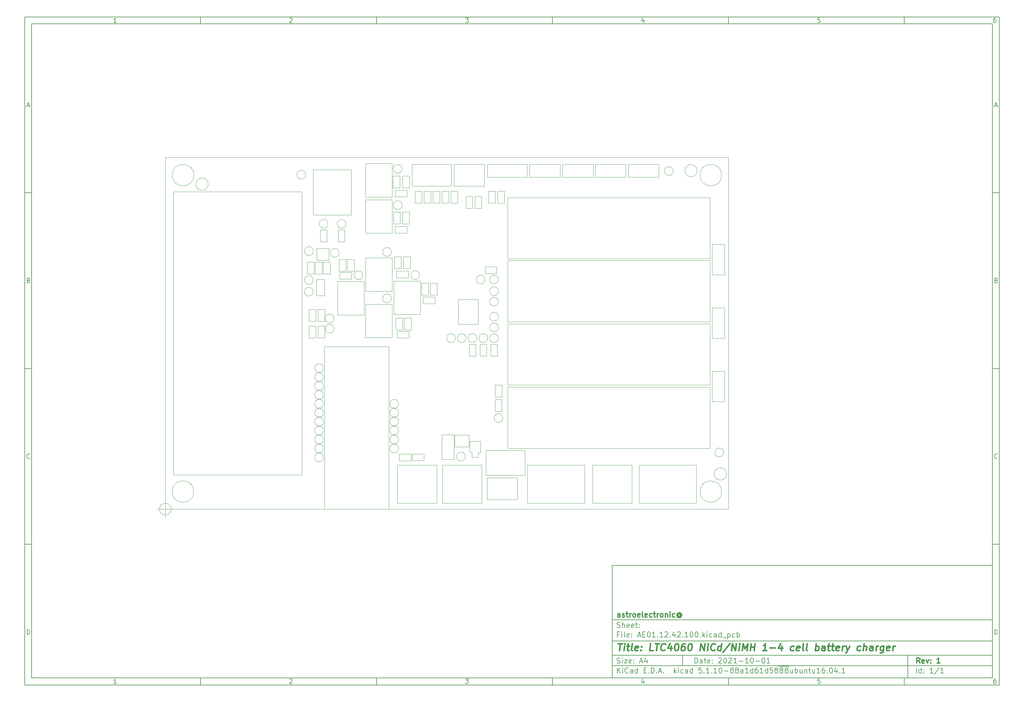
<source format=gbr>
%TF.GenerationSoftware,KiCad,Pcbnew,5.1.10-88a1d61d58~88~ubuntu16.04.1*%
%TF.CreationDate,2021-10-02T00:42:02+02:00*%
%TF.ProjectId,AE01.12.42.100,41453031-2e31-4322-9e34-322e3130302e,1*%
%TF.SameCoordinates,Original*%
%TF.FileFunction,Other,User*%
%FSLAX46Y46*%
G04 Gerber Fmt 4.6, Leading zero omitted, Abs format (unit mm)*
G04 Created by KiCad (PCBNEW 5.1.10-88a1d61d58~88~ubuntu16.04.1) date 2021-10-02 00:42:02*
%MOMM*%
%LPD*%
G01*
G04 APERTURE LIST*
%ADD10C,0.100000*%
%ADD11C,0.150000*%
%ADD12C,0.300000*%
%ADD13C,0.400000*%
%TA.AperFunction,Profile*%
%ADD14C,0.050000*%
%TD*%
%ADD15C,0.050000*%
G04 APERTURE END LIST*
D10*
D11*
X177002200Y-166007200D02*
X177002200Y-198007200D01*
X285002200Y-198007200D01*
X285002200Y-166007200D01*
X177002200Y-166007200D01*
D10*
D11*
X10000000Y-10000000D02*
X10000000Y-200007200D01*
X287002200Y-200007200D01*
X287002200Y-10000000D01*
X10000000Y-10000000D01*
D10*
D11*
X12000000Y-12000000D02*
X12000000Y-198007200D01*
X285002200Y-198007200D01*
X285002200Y-12000000D01*
X12000000Y-12000000D01*
D10*
D11*
X60000000Y-12000000D02*
X60000000Y-10000000D01*
D10*
D11*
X110000000Y-12000000D02*
X110000000Y-10000000D01*
D10*
D11*
X160000000Y-12000000D02*
X160000000Y-10000000D01*
D10*
D11*
X210000000Y-12000000D02*
X210000000Y-10000000D01*
D10*
D11*
X260000000Y-12000000D02*
X260000000Y-10000000D01*
D10*
D11*
X36065476Y-11588095D02*
X35322619Y-11588095D01*
X35694047Y-11588095D02*
X35694047Y-10288095D01*
X35570238Y-10473809D01*
X35446428Y-10597619D01*
X35322619Y-10659523D01*
D10*
D11*
X85322619Y-10411904D02*
X85384523Y-10350000D01*
X85508333Y-10288095D01*
X85817857Y-10288095D01*
X85941666Y-10350000D01*
X86003571Y-10411904D01*
X86065476Y-10535714D01*
X86065476Y-10659523D01*
X86003571Y-10845238D01*
X85260714Y-11588095D01*
X86065476Y-11588095D01*
D10*
D11*
X135260714Y-10288095D02*
X136065476Y-10288095D01*
X135632142Y-10783333D01*
X135817857Y-10783333D01*
X135941666Y-10845238D01*
X136003571Y-10907142D01*
X136065476Y-11030952D01*
X136065476Y-11340476D01*
X136003571Y-11464285D01*
X135941666Y-11526190D01*
X135817857Y-11588095D01*
X135446428Y-11588095D01*
X135322619Y-11526190D01*
X135260714Y-11464285D01*
D10*
D11*
X185941666Y-10721428D02*
X185941666Y-11588095D01*
X185632142Y-10226190D02*
X185322619Y-11154761D01*
X186127380Y-11154761D01*
D10*
D11*
X236003571Y-10288095D02*
X235384523Y-10288095D01*
X235322619Y-10907142D01*
X235384523Y-10845238D01*
X235508333Y-10783333D01*
X235817857Y-10783333D01*
X235941666Y-10845238D01*
X236003571Y-10907142D01*
X236065476Y-11030952D01*
X236065476Y-11340476D01*
X236003571Y-11464285D01*
X235941666Y-11526190D01*
X235817857Y-11588095D01*
X235508333Y-11588095D01*
X235384523Y-11526190D01*
X235322619Y-11464285D01*
D10*
D11*
X285941666Y-10288095D02*
X285694047Y-10288095D01*
X285570238Y-10350000D01*
X285508333Y-10411904D01*
X285384523Y-10597619D01*
X285322619Y-10845238D01*
X285322619Y-11340476D01*
X285384523Y-11464285D01*
X285446428Y-11526190D01*
X285570238Y-11588095D01*
X285817857Y-11588095D01*
X285941666Y-11526190D01*
X286003571Y-11464285D01*
X286065476Y-11340476D01*
X286065476Y-11030952D01*
X286003571Y-10907142D01*
X285941666Y-10845238D01*
X285817857Y-10783333D01*
X285570238Y-10783333D01*
X285446428Y-10845238D01*
X285384523Y-10907142D01*
X285322619Y-11030952D01*
D10*
D11*
X60000000Y-198007200D02*
X60000000Y-200007200D01*
D10*
D11*
X110000000Y-198007200D02*
X110000000Y-200007200D01*
D10*
D11*
X160000000Y-198007200D02*
X160000000Y-200007200D01*
D10*
D11*
X210000000Y-198007200D02*
X210000000Y-200007200D01*
D10*
D11*
X260000000Y-198007200D02*
X260000000Y-200007200D01*
D10*
D11*
X36065476Y-199595295D02*
X35322619Y-199595295D01*
X35694047Y-199595295D02*
X35694047Y-198295295D01*
X35570238Y-198481009D01*
X35446428Y-198604819D01*
X35322619Y-198666723D01*
D10*
D11*
X85322619Y-198419104D02*
X85384523Y-198357200D01*
X85508333Y-198295295D01*
X85817857Y-198295295D01*
X85941666Y-198357200D01*
X86003571Y-198419104D01*
X86065476Y-198542914D01*
X86065476Y-198666723D01*
X86003571Y-198852438D01*
X85260714Y-199595295D01*
X86065476Y-199595295D01*
D10*
D11*
X135260714Y-198295295D02*
X136065476Y-198295295D01*
X135632142Y-198790533D01*
X135817857Y-198790533D01*
X135941666Y-198852438D01*
X136003571Y-198914342D01*
X136065476Y-199038152D01*
X136065476Y-199347676D01*
X136003571Y-199471485D01*
X135941666Y-199533390D01*
X135817857Y-199595295D01*
X135446428Y-199595295D01*
X135322619Y-199533390D01*
X135260714Y-199471485D01*
D10*
D11*
X185941666Y-198728628D02*
X185941666Y-199595295D01*
X185632142Y-198233390D02*
X185322619Y-199161961D01*
X186127380Y-199161961D01*
D10*
D11*
X236003571Y-198295295D02*
X235384523Y-198295295D01*
X235322619Y-198914342D01*
X235384523Y-198852438D01*
X235508333Y-198790533D01*
X235817857Y-198790533D01*
X235941666Y-198852438D01*
X236003571Y-198914342D01*
X236065476Y-199038152D01*
X236065476Y-199347676D01*
X236003571Y-199471485D01*
X235941666Y-199533390D01*
X235817857Y-199595295D01*
X235508333Y-199595295D01*
X235384523Y-199533390D01*
X235322619Y-199471485D01*
D10*
D11*
X285941666Y-198295295D02*
X285694047Y-198295295D01*
X285570238Y-198357200D01*
X285508333Y-198419104D01*
X285384523Y-198604819D01*
X285322619Y-198852438D01*
X285322619Y-199347676D01*
X285384523Y-199471485D01*
X285446428Y-199533390D01*
X285570238Y-199595295D01*
X285817857Y-199595295D01*
X285941666Y-199533390D01*
X286003571Y-199471485D01*
X286065476Y-199347676D01*
X286065476Y-199038152D01*
X286003571Y-198914342D01*
X285941666Y-198852438D01*
X285817857Y-198790533D01*
X285570238Y-198790533D01*
X285446428Y-198852438D01*
X285384523Y-198914342D01*
X285322619Y-199038152D01*
D10*
D11*
X10000000Y-60000000D02*
X12000000Y-60000000D01*
D10*
D11*
X10000000Y-110000000D02*
X12000000Y-110000000D01*
D10*
D11*
X10000000Y-160000000D02*
X12000000Y-160000000D01*
D10*
D11*
X10690476Y-35216666D02*
X11309523Y-35216666D01*
X10566666Y-35588095D02*
X11000000Y-34288095D01*
X11433333Y-35588095D01*
D10*
D11*
X11092857Y-84907142D02*
X11278571Y-84969047D01*
X11340476Y-85030952D01*
X11402380Y-85154761D01*
X11402380Y-85340476D01*
X11340476Y-85464285D01*
X11278571Y-85526190D01*
X11154761Y-85588095D01*
X10659523Y-85588095D01*
X10659523Y-84288095D01*
X11092857Y-84288095D01*
X11216666Y-84350000D01*
X11278571Y-84411904D01*
X11340476Y-84535714D01*
X11340476Y-84659523D01*
X11278571Y-84783333D01*
X11216666Y-84845238D01*
X11092857Y-84907142D01*
X10659523Y-84907142D01*
D10*
D11*
X11402380Y-135464285D02*
X11340476Y-135526190D01*
X11154761Y-135588095D01*
X11030952Y-135588095D01*
X10845238Y-135526190D01*
X10721428Y-135402380D01*
X10659523Y-135278571D01*
X10597619Y-135030952D01*
X10597619Y-134845238D01*
X10659523Y-134597619D01*
X10721428Y-134473809D01*
X10845238Y-134350000D01*
X11030952Y-134288095D01*
X11154761Y-134288095D01*
X11340476Y-134350000D01*
X11402380Y-134411904D01*
D10*
D11*
X10659523Y-185588095D02*
X10659523Y-184288095D01*
X10969047Y-184288095D01*
X11154761Y-184350000D01*
X11278571Y-184473809D01*
X11340476Y-184597619D01*
X11402380Y-184845238D01*
X11402380Y-185030952D01*
X11340476Y-185278571D01*
X11278571Y-185402380D01*
X11154761Y-185526190D01*
X10969047Y-185588095D01*
X10659523Y-185588095D01*
D10*
D11*
X287002200Y-60000000D02*
X285002200Y-60000000D01*
D10*
D11*
X287002200Y-110000000D02*
X285002200Y-110000000D01*
D10*
D11*
X287002200Y-160000000D02*
X285002200Y-160000000D01*
D10*
D11*
X285692676Y-35216666D02*
X286311723Y-35216666D01*
X285568866Y-35588095D02*
X286002200Y-34288095D01*
X286435533Y-35588095D01*
D10*
D11*
X286095057Y-84907142D02*
X286280771Y-84969047D01*
X286342676Y-85030952D01*
X286404580Y-85154761D01*
X286404580Y-85340476D01*
X286342676Y-85464285D01*
X286280771Y-85526190D01*
X286156961Y-85588095D01*
X285661723Y-85588095D01*
X285661723Y-84288095D01*
X286095057Y-84288095D01*
X286218866Y-84350000D01*
X286280771Y-84411904D01*
X286342676Y-84535714D01*
X286342676Y-84659523D01*
X286280771Y-84783333D01*
X286218866Y-84845238D01*
X286095057Y-84907142D01*
X285661723Y-84907142D01*
D10*
D11*
X286404580Y-135464285D02*
X286342676Y-135526190D01*
X286156961Y-135588095D01*
X286033152Y-135588095D01*
X285847438Y-135526190D01*
X285723628Y-135402380D01*
X285661723Y-135278571D01*
X285599819Y-135030952D01*
X285599819Y-134845238D01*
X285661723Y-134597619D01*
X285723628Y-134473809D01*
X285847438Y-134350000D01*
X286033152Y-134288095D01*
X286156961Y-134288095D01*
X286342676Y-134350000D01*
X286404580Y-134411904D01*
D10*
D11*
X285661723Y-185588095D02*
X285661723Y-184288095D01*
X285971247Y-184288095D01*
X286156961Y-184350000D01*
X286280771Y-184473809D01*
X286342676Y-184597619D01*
X286404580Y-184845238D01*
X286404580Y-185030952D01*
X286342676Y-185278571D01*
X286280771Y-185402380D01*
X286156961Y-185526190D01*
X285971247Y-185588095D01*
X285661723Y-185588095D01*
D10*
D11*
X200434342Y-193785771D02*
X200434342Y-192285771D01*
X200791485Y-192285771D01*
X201005771Y-192357200D01*
X201148628Y-192500057D01*
X201220057Y-192642914D01*
X201291485Y-192928628D01*
X201291485Y-193142914D01*
X201220057Y-193428628D01*
X201148628Y-193571485D01*
X201005771Y-193714342D01*
X200791485Y-193785771D01*
X200434342Y-193785771D01*
X202577200Y-193785771D02*
X202577200Y-193000057D01*
X202505771Y-192857200D01*
X202362914Y-192785771D01*
X202077200Y-192785771D01*
X201934342Y-192857200D01*
X202577200Y-193714342D02*
X202434342Y-193785771D01*
X202077200Y-193785771D01*
X201934342Y-193714342D01*
X201862914Y-193571485D01*
X201862914Y-193428628D01*
X201934342Y-193285771D01*
X202077200Y-193214342D01*
X202434342Y-193214342D01*
X202577200Y-193142914D01*
X203077200Y-192785771D02*
X203648628Y-192785771D01*
X203291485Y-192285771D02*
X203291485Y-193571485D01*
X203362914Y-193714342D01*
X203505771Y-193785771D01*
X203648628Y-193785771D01*
X204720057Y-193714342D02*
X204577200Y-193785771D01*
X204291485Y-193785771D01*
X204148628Y-193714342D01*
X204077200Y-193571485D01*
X204077200Y-193000057D01*
X204148628Y-192857200D01*
X204291485Y-192785771D01*
X204577200Y-192785771D01*
X204720057Y-192857200D01*
X204791485Y-193000057D01*
X204791485Y-193142914D01*
X204077200Y-193285771D01*
X205434342Y-193642914D02*
X205505771Y-193714342D01*
X205434342Y-193785771D01*
X205362914Y-193714342D01*
X205434342Y-193642914D01*
X205434342Y-193785771D01*
X205434342Y-192857200D02*
X205505771Y-192928628D01*
X205434342Y-193000057D01*
X205362914Y-192928628D01*
X205434342Y-192857200D01*
X205434342Y-193000057D01*
X207220057Y-192428628D02*
X207291485Y-192357200D01*
X207434342Y-192285771D01*
X207791485Y-192285771D01*
X207934342Y-192357200D01*
X208005771Y-192428628D01*
X208077200Y-192571485D01*
X208077200Y-192714342D01*
X208005771Y-192928628D01*
X207148628Y-193785771D01*
X208077200Y-193785771D01*
X209005771Y-192285771D02*
X209148628Y-192285771D01*
X209291485Y-192357200D01*
X209362914Y-192428628D01*
X209434342Y-192571485D01*
X209505771Y-192857200D01*
X209505771Y-193214342D01*
X209434342Y-193500057D01*
X209362914Y-193642914D01*
X209291485Y-193714342D01*
X209148628Y-193785771D01*
X209005771Y-193785771D01*
X208862914Y-193714342D01*
X208791485Y-193642914D01*
X208720057Y-193500057D01*
X208648628Y-193214342D01*
X208648628Y-192857200D01*
X208720057Y-192571485D01*
X208791485Y-192428628D01*
X208862914Y-192357200D01*
X209005771Y-192285771D01*
X210077200Y-192428628D02*
X210148628Y-192357200D01*
X210291485Y-192285771D01*
X210648628Y-192285771D01*
X210791485Y-192357200D01*
X210862914Y-192428628D01*
X210934342Y-192571485D01*
X210934342Y-192714342D01*
X210862914Y-192928628D01*
X210005771Y-193785771D01*
X210934342Y-193785771D01*
X212362914Y-193785771D02*
X211505771Y-193785771D01*
X211934342Y-193785771D02*
X211934342Y-192285771D01*
X211791485Y-192500057D01*
X211648628Y-192642914D01*
X211505771Y-192714342D01*
X213005771Y-193214342D02*
X214148628Y-193214342D01*
X215648628Y-193785771D02*
X214791485Y-193785771D01*
X215220057Y-193785771D02*
X215220057Y-192285771D01*
X215077200Y-192500057D01*
X214934342Y-192642914D01*
X214791485Y-192714342D01*
X216577200Y-192285771D02*
X216720057Y-192285771D01*
X216862914Y-192357200D01*
X216934342Y-192428628D01*
X217005771Y-192571485D01*
X217077200Y-192857200D01*
X217077200Y-193214342D01*
X217005771Y-193500057D01*
X216934342Y-193642914D01*
X216862914Y-193714342D01*
X216720057Y-193785771D01*
X216577200Y-193785771D01*
X216434342Y-193714342D01*
X216362914Y-193642914D01*
X216291485Y-193500057D01*
X216220057Y-193214342D01*
X216220057Y-192857200D01*
X216291485Y-192571485D01*
X216362914Y-192428628D01*
X216434342Y-192357200D01*
X216577200Y-192285771D01*
X217720057Y-193214342D02*
X218862914Y-193214342D01*
X219862914Y-192285771D02*
X220005771Y-192285771D01*
X220148628Y-192357200D01*
X220220057Y-192428628D01*
X220291485Y-192571485D01*
X220362914Y-192857200D01*
X220362914Y-193214342D01*
X220291485Y-193500057D01*
X220220057Y-193642914D01*
X220148628Y-193714342D01*
X220005771Y-193785771D01*
X219862914Y-193785771D01*
X219720057Y-193714342D01*
X219648628Y-193642914D01*
X219577200Y-193500057D01*
X219505771Y-193214342D01*
X219505771Y-192857200D01*
X219577200Y-192571485D01*
X219648628Y-192428628D01*
X219720057Y-192357200D01*
X219862914Y-192285771D01*
X221791485Y-193785771D02*
X220934342Y-193785771D01*
X221362914Y-193785771D02*
X221362914Y-192285771D01*
X221220057Y-192500057D01*
X221077200Y-192642914D01*
X220934342Y-192714342D01*
D10*
D11*
X177002200Y-194507200D02*
X285002200Y-194507200D01*
D10*
D11*
X178434342Y-196585771D02*
X178434342Y-195085771D01*
X179291485Y-196585771D02*
X178648628Y-195728628D01*
X179291485Y-195085771D02*
X178434342Y-195942914D01*
X179934342Y-196585771D02*
X179934342Y-195585771D01*
X179934342Y-195085771D02*
X179862914Y-195157200D01*
X179934342Y-195228628D01*
X180005771Y-195157200D01*
X179934342Y-195085771D01*
X179934342Y-195228628D01*
X181505771Y-196442914D02*
X181434342Y-196514342D01*
X181220057Y-196585771D01*
X181077200Y-196585771D01*
X180862914Y-196514342D01*
X180720057Y-196371485D01*
X180648628Y-196228628D01*
X180577200Y-195942914D01*
X180577200Y-195728628D01*
X180648628Y-195442914D01*
X180720057Y-195300057D01*
X180862914Y-195157200D01*
X181077200Y-195085771D01*
X181220057Y-195085771D01*
X181434342Y-195157200D01*
X181505771Y-195228628D01*
X182791485Y-196585771D02*
X182791485Y-195800057D01*
X182720057Y-195657200D01*
X182577200Y-195585771D01*
X182291485Y-195585771D01*
X182148628Y-195657200D01*
X182791485Y-196514342D02*
X182648628Y-196585771D01*
X182291485Y-196585771D01*
X182148628Y-196514342D01*
X182077200Y-196371485D01*
X182077200Y-196228628D01*
X182148628Y-196085771D01*
X182291485Y-196014342D01*
X182648628Y-196014342D01*
X182791485Y-195942914D01*
X184148628Y-196585771D02*
X184148628Y-195085771D01*
X184148628Y-196514342D02*
X184005771Y-196585771D01*
X183720057Y-196585771D01*
X183577200Y-196514342D01*
X183505771Y-196442914D01*
X183434342Y-196300057D01*
X183434342Y-195871485D01*
X183505771Y-195728628D01*
X183577200Y-195657200D01*
X183720057Y-195585771D01*
X184005771Y-195585771D01*
X184148628Y-195657200D01*
X186005771Y-195800057D02*
X186505771Y-195800057D01*
X186720057Y-196585771D02*
X186005771Y-196585771D01*
X186005771Y-195085771D01*
X186720057Y-195085771D01*
X187362914Y-196442914D02*
X187434342Y-196514342D01*
X187362914Y-196585771D01*
X187291485Y-196514342D01*
X187362914Y-196442914D01*
X187362914Y-196585771D01*
X188077200Y-196585771D02*
X188077200Y-195085771D01*
X188434342Y-195085771D01*
X188648628Y-195157200D01*
X188791485Y-195300057D01*
X188862914Y-195442914D01*
X188934342Y-195728628D01*
X188934342Y-195942914D01*
X188862914Y-196228628D01*
X188791485Y-196371485D01*
X188648628Y-196514342D01*
X188434342Y-196585771D01*
X188077200Y-196585771D01*
X189577200Y-196442914D02*
X189648628Y-196514342D01*
X189577200Y-196585771D01*
X189505771Y-196514342D01*
X189577200Y-196442914D01*
X189577200Y-196585771D01*
X190220057Y-196157200D02*
X190934342Y-196157200D01*
X190077200Y-196585771D02*
X190577200Y-195085771D01*
X191077200Y-196585771D01*
X191577200Y-196442914D02*
X191648628Y-196514342D01*
X191577200Y-196585771D01*
X191505771Y-196514342D01*
X191577200Y-196442914D01*
X191577200Y-196585771D01*
X194577200Y-196585771D02*
X194577200Y-195085771D01*
X194720057Y-196014342D02*
X195148628Y-196585771D01*
X195148628Y-195585771D02*
X194577200Y-196157200D01*
X195791485Y-196585771D02*
X195791485Y-195585771D01*
X195791485Y-195085771D02*
X195720057Y-195157200D01*
X195791485Y-195228628D01*
X195862914Y-195157200D01*
X195791485Y-195085771D01*
X195791485Y-195228628D01*
X197148628Y-196514342D02*
X197005771Y-196585771D01*
X196720057Y-196585771D01*
X196577200Y-196514342D01*
X196505771Y-196442914D01*
X196434342Y-196300057D01*
X196434342Y-195871485D01*
X196505771Y-195728628D01*
X196577200Y-195657200D01*
X196720057Y-195585771D01*
X197005771Y-195585771D01*
X197148628Y-195657200D01*
X198434342Y-196585771D02*
X198434342Y-195800057D01*
X198362914Y-195657200D01*
X198220057Y-195585771D01*
X197934342Y-195585771D01*
X197791485Y-195657200D01*
X198434342Y-196514342D02*
X198291485Y-196585771D01*
X197934342Y-196585771D01*
X197791485Y-196514342D01*
X197720057Y-196371485D01*
X197720057Y-196228628D01*
X197791485Y-196085771D01*
X197934342Y-196014342D01*
X198291485Y-196014342D01*
X198434342Y-195942914D01*
X199791485Y-196585771D02*
X199791485Y-195085771D01*
X199791485Y-196514342D02*
X199648628Y-196585771D01*
X199362914Y-196585771D01*
X199220057Y-196514342D01*
X199148628Y-196442914D01*
X199077200Y-196300057D01*
X199077200Y-195871485D01*
X199148628Y-195728628D01*
X199220057Y-195657200D01*
X199362914Y-195585771D01*
X199648628Y-195585771D01*
X199791485Y-195657200D01*
X202362914Y-195085771D02*
X201648628Y-195085771D01*
X201577200Y-195800057D01*
X201648628Y-195728628D01*
X201791485Y-195657200D01*
X202148628Y-195657200D01*
X202291485Y-195728628D01*
X202362914Y-195800057D01*
X202434342Y-195942914D01*
X202434342Y-196300057D01*
X202362914Y-196442914D01*
X202291485Y-196514342D01*
X202148628Y-196585771D01*
X201791485Y-196585771D01*
X201648628Y-196514342D01*
X201577200Y-196442914D01*
X203077200Y-196442914D02*
X203148628Y-196514342D01*
X203077200Y-196585771D01*
X203005771Y-196514342D01*
X203077200Y-196442914D01*
X203077200Y-196585771D01*
X204577200Y-196585771D02*
X203720057Y-196585771D01*
X204148628Y-196585771D02*
X204148628Y-195085771D01*
X204005771Y-195300057D01*
X203862914Y-195442914D01*
X203720057Y-195514342D01*
X205220057Y-196442914D02*
X205291485Y-196514342D01*
X205220057Y-196585771D01*
X205148628Y-196514342D01*
X205220057Y-196442914D01*
X205220057Y-196585771D01*
X206720057Y-196585771D02*
X205862914Y-196585771D01*
X206291485Y-196585771D02*
X206291485Y-195085771D01*
X206148628Y-195300057D01*
X206005771Y-195442914D01*
X205862914Y-195514342D01*
X207648628Y-195085771D02*
X207791485Y-195085771D01*
X207934342Y-195157200D01*
X208005771Y-195228628D01*
X208077200Y-195371485D01*
X208148628Y-195657200D01*
X208148628Y-196014342D01*
X208077200Y-196300057D01*
X208005771Y-196442914D01*
X207934342Y-196514342D01*
X207791485Y-196585771D01*
X207648628Y-196585771D01*
X207505771Y-196514342D01*
X207434342Y-196442914D01*
X207362914Y-196300057D01*
X207291485Y-196014342D01*
X207291485Y-195657200D01*
X207362914Y-195371485D01*
X207434342Y-195228628D01*
X207505771Y-195157200D01*
X207648628Y-195085771D01*
X208791485Y-196014342D02*
X209934342Y-196014342D01*
X210862914Y-195728628D02*
X210720057Y-195657200D01*
X210648628Y-195585771D01*
X210577200Y-195442914D01*
X210577200Y-195371485D01*
X210648628Y-195228628D01*
X210720057Y-195157200D01*
X210862914Y-195085771D01*
X211148628Y-195085771D01*
X211291485Y-195157200D01*
X211362914Y-195228628D01*
X211434342Y-195371485D01*
X211434342Y-195442914D01*
X211362914Y-195585771D01*
X211291485Y-195657200D01*
X211148628Y-195728628D01*
X210862914Y-195728628D01*
X210720057Y-195800057D01*
X210648628Y-195871485D01*
X210577200Y-196014342D01*
X210577200Y-196300057D01*
X210648628Y-196442914D01*
X210720057Y-196514342D01*
X210862914Y-196585771D01*
X211148628Y-196585771D01*
X211291485Y-196514342D01*
X211362914Y-196442914D01*
X211434342Y-196300057D01*
X211434342Y-196014342D01*
X211362914Y-195871485D01*
X211291485Y-195800057D01*
X211148628Y-195728628D01*
X212291485Y-195728628D02*
X212148628Y-195657200D01*
X212077200Y-195585771D01*
X212005771Y-195442914D01*
X212005771Y-195371485D01*
X212077200Y-195228628D01*
X212148628Y-195157200D01*
X212291485Y-195085771D01*
X212577200Y-195085771D01*
X212720057Y-195157200D01*
X212791485Y-195228628D01*
X212862914Y-195371485D01*
X212862914Y-195442914D01*
X212791485Y-195585771D01*
X212720057Y-195657200D01*
X212577200Y-195728628D01*
X212291485Y-195728628D01*
X212148628Y-195800057D01*
X212077200Y-195871485D01*
X212005771Y-196014342D01*
X212005771Y-196300057D01*
X212077200Y-196442914D01*
X212148628Y-196514342D01*
X212291485Y-196585771D01*
X212577200Y-196585771D01*
X212720057Y-196514342D01*
X212791485Y-196442914D01*
X212862914Y-196300057D01*
X212862914Y-196014342D01*
X212791485Y-195871485D01*
X212720057Y-195800057D01*
X212577200Y-195728628D01*
X214148628Y-196585771D02*
X214148628Y-195800057D01*
X214077200Y-195657200D01*
X213934342Y-195585771D01*
X213648628Y-195585771D01*
X213505771Y-195657200D01*
X214148628Y-196514342D02*
X214005771Y-196585771D01*
X213648628Y-196585771D01*
X213505771Y-196514342D01*
X213434342Y-196371485D01*
X213434342Y-196228628D01*
X213505771Y-196085771D01*
X213648628Y-196014342D01*
X214005771Y-196014342D01*
X214148628Y-195942914D01*
X215648628Y-196585771D02*
X214791485Y-196585771D01*
X215220057Y-196585771D02*
X215220057Y-195085771D01*
X215077200Y-195300057D01*
X214934342Y-195442914D01*
X214791485Y-195514342D01*
X216934342Y-196585771D02*
X216934342Y-195085771D01*
X216934342Y-196514342D02*
X216791485Y-196585771D01*
X216505771Y-196585771D01*
X216362914Y-196514342D01*
X216291485Y-196442914D01*
X216220057Y-196300057D01*
X216220057Y-195871485D01*
X216291485Y-195728628D01*
X216362914Y-195657200D01*
X216505771Y-195585771D01*
X216791485Y-195585771D01*
X216934342Y-195657200D01*
X218291485Y-195085771D02*
X218005771Y-195085771D01*
X217862914Y-195157200D01*
X217791485Y-195228628D01*
X217648628Y-195442914D01*
X217577200Y-195728628D01*
X217577200Y-196300057D01*
X217648628Y-196442914D01*
X217720057Y-196514342D01*
X217862914Y-196585771D01*
X218148628Y-196585771D01*
X218291485Y-196514342D01*
X218362914Y-196442914D01*
X218434342Y-196300057D01*
X218434342Y-195942914D01*
X218362914Y-195800057D01*
X218291485Y-195728628D01*
X218148628Y-195657200D01*
X217862914Y-195657200D01*
X217720057Y-195728628D01*
X217648628Y-195800057D01*
X217577200Y-195942914D01*
X219862914Y-196585771D02*
X219005771Y-196585771D01*
X219434342Y-196585771D02*
X219434342Y-195085771D01*
X219291485Y-195300057D01*
X219148628Y-195442914D01*
X219005771Y-195514342D01*
X221148628Y-196585771D02*
X221148628Y-195085771D01*
X221148628Y-196514342D02*
X221005771Y-196585771D01*
X220720057Y-196585771D01*
X220577200Y-196514342D01*
X220505771Y-196442914D01*
X220434342Y-196300057D01*
X220434342Y-195871485D01*
X220505771Y-195728628D01*
X220577200Y-195657200D01*
X220720057Y-195585771D01*
X221005771Y-195585771D01*
X221148628Y-195657200D01*
X222577200Y-195085771D02*
X221862914Y-195085771D01*
X221791485Y-195800057D01*
X221862914Y-195728628D01*
X222005771Y-195657200D01*
X222362914Y-195657200D01*
X222505771Y-195728628D01*
X222577200Y-195800057D01*
X222648628Y-195942914D01*
X222648628Y-196300057D01*
X222577200Y-196442914D01*
X222505771Y-196514342D01*
X222362914Y-196585771D01*
X222005771Y-196585771D01*
X221862914Y-196514342D01*
X221791485Y-196442914D01*
X223505771Y-195728628D02*
X223362914Y-195657200D01*
X223291485Y-195585771D01*
X223220057Y-195442914D01*
X223220057Y-195371485D01*
X223291485Y-195228628D01*
X223362914Y-195157200D01*
X223505771Y-195085771D01*
X223791485Y-195085771D01*
X223934342Y-195157200D01*
X224005771Y-195228628D01*
X224077200Y-195371485D01*
X224077200Y-195442914D01*
X224005771Y-195585771D01*
X223934342Y-195657200D01*
X223791485Y-195728628D01*
X223505771Y-195728628D01*
X223362914Y-195800057D01*
X223291485Y-195871485D01*
X223220057Y-196014342D01*
X223220057Y-196300057D01*
X223291485Y-196442914D01*
X223362914Y-196514342D01*
X223505771Y-196585771D01*
X223791485Y-196585771D01*
X223934342Y-196514342D01*
X224005771Y-196442914D01*
X224077200Y-196300057D01*
X224077200Y-196014342D01*
X224005771Y-195871485D01*
X223934342Y-195800057D01*
X223791485Y-195728628D01*
X224362914Y-194677200D02*
X225791485Y-194677200D01*
X224934342Y-195728628D02*
X224791485Y-195657200D01*
X224720057Y-195585771D01*
X224648628Y-195442914D01*
X224648628Y-195371485D01*
X224720057Y-195228628D01*
X224791485Y-195157200D01*
X224934342Y-195085771D01*
X225220057Y-195085771D01*
X225362914Y-195157200D01*
X225434342Y-195228628D01*
X225505771Y-195371485D01*
X225505771Y-195442914D01*
X225434342Y-195585771D01*
X225362914Y-195657200D01*
X225220057Y-195728628D01*
X224934342Y-195728628D01*
X224791485Y-195800057D01*
X224720057Y-195871485D01*
X224648628Y-196014342D01*
X224648628Y-196300057D01*
X224720057Y-196442914D01*
X224791485Y-196514342D01*
X224934342Y-196585771D01*
X225220057Y-196585771D01*
X225362914Y-196514342D01*
X225434342Y-196442914D01*
X225505771Y-196300057D01*
X225505771Y-196014342D01*
X225434342Y-195871485D01*
X225362914Y-195800057D01*
X225220057Y-195728628D01*
X225791485Y-194677200D02*
X227220057Y-194677200D01*
X226362914Y-195728628D02*
X226220057Y-195657200D01*
X226148628Y-195585771D01*
X226077199Y-195442914D01*
X226077199Y-195371485D01*
X226148628Y-195228628D01*
X226220057Y-195157200D01*
X226362914Y-195085771D01*
X226648628Y-195085771D01*
X226791485Y-195157200D01*
X226862914Y-195228628D01*
X226934342Y-195371485D01*
X226934342Y-195442914D01*
X226862914Y-195585771D01*
X226791485Y-195657200D01*
X226648628Y-195728628D01*
X226362914Y-195728628D01*
X226220057Y-195800057D01*
X226148628Y-195871485D01*
X226077199Y-196014342D01*
X226077199Y-196300057D01*
X226148628Y-196442914D01*
X226220057Y-196514342D01*
X226362914Y-196585771D01*
X226648628Y-196585771D01*
X226791485Y-196514342D01*
X226862914Y-196442914D01*
X226934342Y-196300057D01*
X226934342Y-196014342D01*
X226862914Y-195871485D01*
X226791485Y-195800057D01*
X226648628Y-195728628D01*
X228220057Y-195585771D02*
X228220057Y-196585771D01*
X227577199Y-195585771D02*
X227577199Y-196371485D01*
X227648628Y-196514342D01*
X227791485Y-196585771D01*
X228005771Y-196585771D01*
X228148628Y-196514342D01*
X228220057Y-196442914D01*
X228934342Y-196585771D02*
X228934342Y-195085771D01*
X228934342Y-195657200D02*
X229077199Y-195585771D01*
X229362914Y-195585771D01*
X229505771Y-195657200D01*
X229577199Y-195728628D01*
X229648628Y-195871485D01*
X229648628Y-196300057D01*
X229577199Y-196442914D01*
X229505771Y-196514342D01*
X229362914Y-196585771D01*
X229077199Y-196585771D01*
X228934342Y-196514342D01*
X230934342Y-195585771D02*
X230934342Y-196585771D01*
X230291485Y-195585771D02*
X230291485Y-196371485D01*
X230362914Y-196514342D01*
X230505771Y-196585771D01*
X230720057Y-196585771D01*
X230862914Y-196514342D01*
X230934342Y-196442914D01*
X231648628Y-195585771D02*
X231648628Y-196585771D01*
X231648628Y-195728628D02*
X231720057Y-195657200D01*
X231862914Y-195585771D01*
X232077199Y-195585771D01*
X232220057Y-195657200D01*
X232291485Y-195800057D01*
X232291485Y-196585771D01*
X232791485Y-195585771D02*
X233362914Y-195585771D01*
X233005771Y-195085771D02*
X233005771Y-196371485D01*
X233077199Y-196514342D01*
X233220057Y-196585771D01*
X233362914Y-196585771D01*
X234505771Y-195585771D02*
X234505771Y-196585771D01*
X233862914Y-195585771D02*
X233862914Y-196371485D01*
X233934342Y-196514342D01*
X234077200Y-196585771D01*
X234291485Y-196585771D01*
X234434342Y-196514342D01*
X234505771Y-196442914D01*
X236005771Y-196585771D02*
X235148628Y-196585771D01*
X235577200Y-196585771D02*
X235577200Y-195085771D01*
X235434342Y-195300057D01*
X235291485Y-195442914D01*
X235148628Y-195514342D01*
X237291485Y-195085771D02*
X237005771Y-195085771D01*
X236862914Y-195157200D01*
X236791485Y-195228628D01*
X236648628Y-195442914D01*
X236577199Y-195728628D01*
X236577199Y-196300057D01*
X236648628Y-196442914D01*
X236720057Y-196514342D01*
X236862914Y-196585771D01*
X237148628Y-196585771D01*
X237291485Y-196514342D01*
X237362914Y-196442914D01*
X237434342Y-196300057D01*
X237434342Y-195942914D01*
X237362914Y-195800057D01*
X237291485Y-195728628D01*
X237148628Y-195657200D01*
X236862914Y-195657200D01*
X236720057Y-195728628D01*
X236648628Y-195800057D01*
X236577199Y-195942914D01*
X238077199Y-196442914D02*
X238148628Y-196514342D01*
X238077199Y-196585771D01*
X238005771Y-196514342D01*
X238077199Y-196442914D01*
X238077199Y-196585771D01*
X239077199Y-195085771D02*
X239220057Y-195085771D01*
X239362914Y-195157200D01*
X239434342Y-195228628D01*
X239505771Y-195371485D01*
X239577199Y-195657200D01*
X239577199Y-196014342D01*
X239505771Y-196300057D01*
X239434342Y-196442914D01*
X239362914Y-196514342D01*
X239220057Y-196585771D01*
X239077199Y-196585771D01*
X238934342Y-196514342D01*
X238862914Y-196442914D01*
X238791485Y-196300057D01*
X238720057Y-196014342D01*
X238720057Y-195657200D01*
X238791485Y-195371485D01*
X238862914Y-195228628D01*
X238934342Y-195157200D01*
X239077199Y-195085771D01*
X240862914Y-195585771D02*
X240862914Y-196585771D01*
X240505771Y-195014342D02*
X240148628Y-196085771D01*
X241077199Y-196085771D01*
X241648628Y-196442914D02*
X241720057Y-196514342D01*
X241648628Y-196585771D01*
X241577199Y-196514342D01*
X241648628Y-196442914D01*
X241648628Y-196585771D01*
X243148628Y-196585771D02*
X242291485Y-196585771D01*
X242720057Y-196585771D02*
X242720057Y-195085771D01*
X242577199Y-195300057D01*
X242434342Y-195442914D01*
X242291485Y-195514342D01*
D10*
D11*
X177002200Y-191507200D02*
X285002200Y-191507200D01*
D10*
D12*
X264411485Y-193785771D02*
X263911485Y-193071485D01*
X263554342Y-193785771D02*
X263554342Y-192285771D01*
X264125771Y-192285771D01*
X264268628Y-192357200D01*
X264340057Y-192428628D01*
X264411485Y-192571485D01*
X264411485Y-192785771D01*
X264340057Y-192928628D01*
X264268628Y-193000057D01*
X264125771Y-193071485D01*
X263554342Y-193071485D01*
X265625771Y-193714342D02*
X265482914Y-193785771D01*
X265197200Y-193785771D01*
X265054342Y-193714342D01*
X264982914Y-193571485D01*
X264982914Y-193000057D01*
X265054342Y-192857200D01*
X265197200Y-192785771D01*
X265482914Y-192785771D01*
X265625771Y-192857200D01*
X265697200Y-193000057D01*
X265697200Y-193142914D01*
X264982914Y-193285771D01*
X266197200Y-192785771D02*
X266554342Y-193785771D01*
X266911485Y-192785771D01*
X267482914Y-193642914D02*
X267554342Y-193714342D01*
X267482914Y-193785771D01*
X267411485Y-193714342D01*
X267482914Y-193642914D01*
X267482914Y-193785771D01*
X267482914Y-192857200D02*
X267554342Y-192928628D01*
X267482914Y-193000057D01*
X267411485Y-192928628D01*
X267482914Y-192857200D01*
X267482914Y-193000057D01*
X270125771Y-193785771D02*
X269268628Y-193785771D01*
X269697200Y-193785771D02*
X269697200Y-192285771D01*
X269554342Y-192500057D01*
X269411485Y-192642914D01*
X269268628Y-192714342D01*
D10*
D11*
X178362914Y-193714342D02*
X178577200Y-193785771D01*
X178934342Y-193785771D01*
X179077200Y-193714342D01*
X179148628Y-193642914D01*
X179220057Y-193500057D01*
X179220057Y-193357200D01*
X179148628Y-193214342D01*
X179077200Y-193142914D01*
X178934342Y-193071485D01*
X178648628Y-193000057D01*
X178505771Y-192928628D01*
X178434342Y-192857200D01*
X178362914Y-192714342D01*
X178362914Y-192571485D01*
X178434342Y-192428628D01*
X178505771Y-192357200D01*
X178648628Y-192285771D01*
X179005771Y-192285771D01*
X179220057Y-192357200D01*
X179862914Y-193785771D02*
X179862914Y-192785771D01*
X179862914Y-192285771D02*
X179791485Y-192357200D01*
X179862914Y-192428628D01*
X179934342Y-192357200D01*
X179862914Y-192285771D01*
X179862914Y-192428628D01*
X180434342Y-192785771D02*
X181220057Y-192785771D01*
X180434342Y-193785771D01*
X181220057Y-193785771D01*
X182362914Y-193714342D02*
X182220057Y-193785771D01*
X181934342Y-193785771D01*
X181791485Y-193714342D01*
X181720057Y-193571485D01*
X181720057Y-193000057D01*
X181791485Y-192857200D01*
X181934342Y-192785771D01*
X182220057Y-192785771D01*
X182362914Y-192857200D01*
X182434342Y-193000057D01*
X182434342Y-193142914D01*
X181720057Y-193285771D01*
X183077200Y-193642914D02*
X183148628Y-193714342D01*
X183077200Y-193785771D01*
X183005771Y-193714342D01*
X183077200Y-193642914D01*
X183077200Y-193785771D01*
X183077200Y-192857200D02*
X183148628Y-192928628D01*
X183077200Y-193000057D01*
X183005771Y-192928628D01*
X183077200Y-192857200D01*
X183077200Y-193000057D01*
X184862914Y-193357200D02*
X185577200Y-193357200D01*
X184720057Y-193785771D02*
X185220057Y-192285771D01*
X185720057Y-193785771D01*
X186862914Y-192785771D02*
X186862914Y-193785771D01*
X186505771Y-192214342D02*
X186148628Y-193285771D01*
X187077200Y-193285771D01*
D10*
D11*
X263434342Y-196585771D02*
X263434342Y-195085771D01*
X264791485Y-196585771D02*
X264791485Y-195085771D01*
X264791485Y-196514342D02*
X264648628Y-196585771D01*
X264362914Y-196585771D01*
X264220057Y-196514342D01*
X264148628Y-196442914D01*
X264077200Y-196300057D01*
X264077200Y-195871485D01*
X264148628Y-195728628D01*
X264220057Y-195657200D01*
X264362914Y-195585771D01*
X264648628Y-195585771D01*
X264791485Y-195657200D01*
X265505771Y-196442914D02*
X265577200Y-196514342D01*
X265505771Y-196585771D01*
X265434342Y-196514342D01*
X265505771Y-196442914D01*
X265505771Y-196585771D01*
X265505771Y-195657200D02*
X265577200Y-195728628D01*
X265505771Y-195800057D01*
X265434342Y-195728628D01*
X265505771Y-195657200D01*
X265505771Y-195800057D01*
X268148628Y-196585771D02*
X267291485Y-196585771D01*
X267720057Y-196585771D02*
X267720057Y-195085771D01*
X267577200Y-195300057D01*
X267434342Y-195442914D01*
X267291485Y-195514342D01*
X269862914Y-195014342D02*
X268577200Y-196942914D01*
X271148628Y-196585771D02*
X270291485Y-196585771D01*
X270720057Y-196585771D02*
X270720057Y-195085771D01*
X270577200Y-195300057D01*
X270434342Y-195442914D01*
X270291485Y-195514342D01*
D10*
D11*
X177002200Y-187507200D02*
X285002200Y-187507200D01*
D10*
D13*
X178714580Y-188211961D02*
X179857438Y-188211961D01*
X179036009Y-190211961D02*
X179286009Y-188211961D01*
X180274104Y-190211961D02*
X180440771Y-188878628D01*
X180524104Y-188211961D02*
X180416961Y-188307200D01*
X180500295Y-188402438D01*
X180607438Y-188307200D01*
X180524104Y-188211961D01*
X180500295Y-188402438D01*
X181107438Y-188878628D02*
X181869342Y-188878628D01*
X181476485Y-188211961D02*
X181262200Y-189926247D01*
X181333628Y-190116723D01*
X181512200Y-190211961D01*
X181702676Y-190211961D01*
X182655057Y-190211961D02*
X182476485Y-190116723D01*
X182405057Y-189926247D01*
X182619342Y-188211961D01*
X184190771Y-190116723D02*
X183988390Y-190211961D01*
X183607438Y-190211961D01*
X183428866Y-190116723D01*
X183357438Y-189926247D01*
X183452676Y-189164342D01*
X183571723Y-188973866D01*
X183774104Y-188878628D01*
X184155057Y-188878628D01*
X184333628Y-188973866D01*
X184405057Y-189164342D01*
X184381247Y-189354819D01*
X183405057Y-189545295D01*
X185155057Y-190021485D02*
X185238390Y-190116723D01*
X185131247Y-190211961D01*
X185047914Y-190116723D01*
X185155057Y-190021485D01*
X185131247Y-190211961D01*
X185286009Y-188973866D02*
X185369342Y-189069104D01*
X185262200Y-189164342D01*
X185178866Y-189069104D01*
X185286009Y-188973866D01*
X185262200Y-189164342D01*
X188559819Y-190211961D02*
X187607438Y-190211961D01*
X187857438Y-188211961D01*
X189190771Y-188211961D02*
X190333628Y-188211961D01*
X189512200Y-190211961D02*
X189762200Y-188211961D01*
X191916961Y-190021485D02*
X191809819Y-190116723D01*
X191512200Y-190211961D01*
X191321723Y-190211961D01*
X191047914Y-190116723D01*
X190881247Y-189926247D01*
X190809819Y-189735771D01*
X190762200Y-189354819D01*
X190797914Y-189069104D01*
X190940771Y-188688152D01*
X191059819Y-188497676D01*
X191274104Y-188307200D01*
X191571723Y-188211961D01*
X191762200Y-188211961D01*
X192036009Y-188307200D01*
X192119342Y-188402438D01*
X193774104Y-188878628D02*
X193607438Y-190211961D01*
X193393152Y-188116723D02*
X192738390Y-189545295D01*
X193976485Y-189545295D01*
X195286009Y-188211961D02*
X195476485Y-188211961D01*
X195655057Y-188307200D01*
X195738390Y-188402438D01*
X195809819Y-188592914D01*
X195857438Y-188973866D01*
X195797914Y-189450057D01*
X195655057Y-189831009D01*
X195536009Y-190021485D01*
X195428866Y-190116723D01*
X195226485Y-190211961D01*
X195036009Y-190211961D01*
X194857438Y-190116723D01*
X194774104Y-190021485D01*
X194702676Y-189831009D01*
X194655057Y-189450057D01*
X194714580Y-188973866D01*
X194857438Y-188592914D01*
X194976485Y-188402438D01*
X195083628Y-188307200D01*
X195286009Y-188211961D01*
X197666961Y-188211961D02*
X197286009Y-188211961D01*
X197083628Y-188307200D01*
X196976485Y-188402438D01*
X196750295Y-188688152D01*
X196607438Y-189069104D01*
X196512200Y-189831009D01*
X196583628Y-190021485D01*
X196666961Y-190116723D01*
X196845533Y-190211961D01*
X197226485Y-190211961D01*
X197428866Y-190116723D01*
X197536009Y-190021485D01*
X197655057Y-189831009D01*
X197714580Y-189354819D01*
X197643152Y-189164342D01*
X197559819Y-189069104D01*
X197381247Y-188973866D01*
X197000295Y-188973866D01*
X196797914Y-189069104D01*
X196690771Y-189164342D01*
X196571723Y-189354819D01*
X199095533Y-188211961D02*
X199286009Y-188211961D01*
X199464580Y-188307200D01*
X199547914Y-188402438D01*
X199619342Y-188592914D01*
X199666961Y-188973866D01*
X199607438Y-189450057D01*
X199464580Y-189831009D01*
X199345533Y-190021485D01*
X199238390Y-190116723D01*
X199036009Y-190211961D01*
X198845533Y-190211961D01*
X198666961Y-190116723D01*
X198583628Y-190021485D01*
X198512200Y-189831009D01*
X198464580Y-189450057D01*
X198524104Y-188973866D01*
X198666961Y-188592914D01*
X198786009Y-188402438D01*
X198893152Y-188307200D01*
X199095533Y-188211961D01*
X201893152Y-190211961D02*
X202143152Y-188211961D01*
X203036009Y-190211961D01*
X203286009Y-188211961D01*
X203988390Y-190211961D02*
X204155057Y-188878628D01*
X204238390Y-188211961D02*
X204131247Y-188307200D01*
X204214580Y-188402438D01*
X204321723Y-188307200D01*
X204238390Y-188211961D01*
X204214580Y-188402438D01*
X206107438Y-190021485D02*
X206000295Y-190116723D01*
X205702676Y-190211961D01*
X205512200Y-190211961D01*
X205238390Y-190116723D01*
X205071723Y-189926247D01*
X205000295Y-189735771D01*
X204952676Y-189354819D01*
X204988390Y-189069104D01*
X205131247Y-188688152D01*
X205250295Y-188497676D01*
X205464580Y-188307200D01*
X205762200Y-188211961D01*
X205952676Y-188211961D01*
X206226485Y-188307200D01*
X206309819Y-188402438D01*
X207797914Y-190211961D02*
X208047914Y-188211961D01*
X207809819Y-190116723D02*
X207607438Y-190211961D01*
X207226485Y-190211961D01*
X207047914Y-190116723D01*
X206964580Y-190021485D01*
X206893152Y-189831009D01*
X206964580Y-189259580D01*
X207083628Y-189069104D01*
X207190771Y-188973866D01*
X207393152Y-188878628D01*
X207774104Y-188878628D01*
X207952676Y-188973866D01*
X210440771Y-188116723D02*
X208405057Y-190688152D01*
X210845533Y-190211961D02*
X211095533Y-188211961D01*
X211988390Y-190211961D01*
X212238390Y-188211961D01*
X212940771Y-190211961D02*
X213107438Y-188878628D01*
X213190771Y-188211961D02*
X213083628Y-188307200D01*
X213166961Y-188402438D01*
X213274104Y-188307200D01*
X213190771Y-188211961D01*
X213166961Y-188402438D01*
X213893152Y-190211961D02*
X214143152Y-188211961D01*
X214631247Y-189640533D01*
X215476485Y-188211961D01*
X215226485Y-190211961D01*
X216178866Y-190211961D02*
X216428866Y-188211961D01*
X216309819Y-189164342D02*
X217452676Y-189164342D01*
X217321723Y-190211961D02*
X217571723Y-188211961D01*
X220845533Y-190211961D02*
X219702676Y-190211961D01*
X220274104Y-190211961D02*
X220524104Y-188211961D01*
X220297914Y-188497676D01*
X220083628Y-188688152D01*
X219881247Y-188783390D01*
X221797914Y-189450057D02*
X223321723Y-189450057D01*
X225202676Y-188878628D02*
X225036009Y-190211961D01*
X224821723Y-188116723D02*
X224166961Y-189545295D01*
X225405057Y-189545295D01*
X228476485Y-190116723D02*
X228274104Y-190211961D01*
X227893152Y-190211961D01*
X227714580Y-190116723D01*
X227631247Y-190021485D01*
X227559819Y-189831009D01*
X227631247Y-189259580D01*
X227750295Y-189069104D01*
X227857438Y-188973866D01*
X228059819Y-188878628D01*
X228440771Y-188878628D01*
X228619342Y-188973866D01*
X230095533Y-190116723D02*
X229893152Y-190211961D01*
X229512200Y-190211961D01*
X229333628Y-190116723D01*
X229262200Y-189926247D01*
X229357438Y-189164342D01*
X229476485Y-188973866D01*
X229678866Y-188878628D01*
X230059819Y-188878628D01*
X230238390Y-188973866D01*
X230309819Y-189164342D01*
X230286009Y-189354819D01*
X229309819Y-189545295D01*
X231321723Y-190211961D02*
X231143152Y-190116723D01*
X231071723Y-189926247D01*
X231286009Y-188211961D01*
X232369342Y-190211961D02*
X232190771Y-190116723D01*
X232119342Y-189926247D01*
X232333628Y-188211961D01*
X234655057Y-190211961D02*
X234905057Y-188211961D01*
X234809819Y-188973866D02*
X235012199Y-188878628D01*
X235393152Y-188878628D01*
X235571723Y-188973866D01*
X235655057Y-189069104D01*
X235726485Y-189259580D01*
X235655057Y-189831009D01*
X235536009Y-190021485D01*
X235428866Y-190116723D01*
X235226485Y-190211961D01*
X234845533Y-190211961D01*
X234666961Y-190116723D01*
X237321723Y-190211961D02*
X237452676Y-189164342D01*
X237381247Y-188973866D01*
X237202676Y-188878628D01*
X236821723Y-188878628D01*
X236619342Y-188973866D01*
X237333628Y-190116723D02*
X237131247Y-190211961D01*
X236655057Y-190211961D01*
X236476485Y-190116723D01*
X236405057Y-189926247D01*
X236428866Y-189735771D01*
X236547914Y-189545295D01*
X236750295Y-189450057D01*
X237226485Y-189450057D01*
X237428866Y-189354819D01*
X238155057Y-188878628D02*
X238916961Y-188878628D01*
X238524104Y-188211961D02*
X238309819Y-189926247D01*
X238381247Y-190116723D01*
X238559819Y-190211961D01*
X238750295Y-190211961D01*
X239297914Y-188878628D02*
X240059819Y-188878628D01*
X239666961Y-188211961D02*
X239452676Y-189926247D01*
X239524104Y-190116723D01*
X239702676Y-190211961D01*
X239893152Y-190211961D01*
X241333628Y-190116723D02*
X241131247Y-190211961D01*
X240750295Y-190211961D01*
X240571723Y-190116723D01*
X240500295Y-189926247D01*
X240595533Y-189164342D01*
X240714580Y-188973866D01*
X240916961Y-188878628D01*
X241297914Y-188878628D01*
X241476485Y-188973866D01*
X241547914Y-189164342D01*
X241524104Y-189354819D01*
X240547914Y-189545295D01*
X242274104Y-190211961D02*
X242440771Y-188878628D01*
X242393152Y-189259580D02*
X242512199Y-189069104D01*
X242619342Y-188973866D01*
X242821723Y-188878628D01*
X243012199Y-188878628D01*
X243488390Y-188878628D02*
X243797914Y-190211961D01*
X244440771Y-188878628D02*
X243797914Y-190211961D01*
X243547914Y-190688152D01*
X243440771Y-190783390D01*
X243238390Y-190878628D01*
X247428866Y-190116723D02*
X247226485Y-190211961D01*
X246845533Y-190211961D01*
X246666961Y-190116723D01*
X246583628Y-190021485D01*
X246512200Y-189831009D01*
X246583628Y-189259580D01*
X246702676Y-189069104D01*
X246809819Y-188973866D01*
X247012200Y-188878628D01*
X247393152Y-188878628D01*
X247571723Y-188973866D01*
X248274104Y-190211961D02*
X248524104Y-188211961D01*
X249131247Y-190211961D02*
X249262200Y-189164342D01*
X249190771Y-188973866D01*
X249012200Y-188878628D01*
X248726485Y-188878628D01*
X248524104Y-188973866D01*
X248416961Y-189069104D01*
X250940771Y-190211961D02*
X251071723Y-189164342D01*
X251000295Y-188973866D01*
X250821723Y-188878628D01*
X250440771Y-188878628D01*
X250238390Y-188973866D01*
X250952676Y-190116723D02*
X250750295Y-190211961D01*
X250274104Y-190211961D01*
X250095533Y-190116723D01*
X250024104Y-189926247D01*
X250047914Y-189735771D01*
X250166961Y-189545295D01*
X250369342Y-189450057D01*
X250845533Y-189450057D01*
X251047914Y-189354819D01*
X251893152Y-190211961D02*
X252059819Y-188878628D01*
X252012200Y-189259580D02*
X252131247Y-189069104D01*
X252238390Y-188973866D01*
X252440771Y-188878628D01*
X252631247Y-188878628D01*
X254155057Y-188878628D02*
X253952676Y-190497676D01*
X253833628Y-190688152D01*
X253726485Y-190783390D01*
X253524104Y-190878628D01*
X253238390Y-190878628D01*
X253059819Y-190783390D01*
X254000295Y-190116723D02*
X253797914Y-190211961D01*
X253416961Y-190211961D01*
X253238390Y-190116723D01*
X253155057Y-190021485D01*
X253083628Y-189831009D01*
X253155057Y-189259580D01*
X253274104Y-189069104D01*
X253381247Y-188973866D01*
X253583628Y-188878628D01*
X253964580Y-188878628D01*
X254143152Y-188973866D01*
X255714580Y-190116723D02*
X255512199Y-190211961D01*
X255131247Y-190211961D01*
X254952676Y-190116723D01*
X254881247Y-189926247D01*
X254976485Y-189164342D01*
X255095533Y-188973866D01*
X255297914Y-188878628D01*
X255678866Y-188878628D01*
X255857438Y-188973866D01*
X255928866Y-189164342D01*
X255905057Y-189354819D01*
X254928866Y-189545295D01*
X256655057Y-190211961D02*
X256821723Y-188878628D01*
X256774104Y-189259580D02*
X256893152Y-189069104D01*
X257000295Y-188973866D01*
X257202676Y-188878628D01*
X257393152Y-188878628D01*
D10*
D11*
X178934342Y-185600057D02*
X178434342Y-185600057D01*
X178434342Y-186385771D02*
X178434342Y-184885771D01*
X179148628Y-184885771D01*
X179720057Y-186385771D02*
X179720057Y-185385771D01*
X179720057Y-184885771D02*
X179648628Y-184957200D01*
X179720057Y-185028628D01*
X179791485Y-184957200D01*
X179720057Y-184885771D01*
X179720057Y-185028628D01*
X180648628Y-186385771D02*
X180505771Y-186314342D01*
X180434342Y-186171485D01*
X180434342Y-184885771D01*
X181791485Y-186314342D02*
X181648628Y-186385771D01*
X181362914Y-186385771D01*
X181220057Y-186314342D01*
X181148628Y-186171485D01*
X181148628Y-185600057D01*
X181220057Y-185457200D01*
X181362914Y-185385771D01*
X181648628Y-185385771D01*
X181791485Y-185457200D01*
X181862914Y-185600057D01*
X181862914Y-185742914D01*
X181148628Y-185885771D01*
X182505771Y-186242914D02*
X182577200Y-186314342D01*
X182505771Y-186385771D01*
X182434342Y-186314342D01*
X182505771Y-186242914D01*
X182505771Y-186385771D01*
X182505771Y-185457200D02*
X182577200Y-185528628D01*
X182505771Y-185600057D01*
X182434342Y-185528628D01*
X182505771Y-185457200D01*
X182505771Y-185600057D01*
X184291485Y-185957200D02*
X185005771Y-185957200D01*
X184148628Y-186385771D02*
X184648628Y-184885771D01*
X185148628Y-186385771D01*
X185648628Y-185600057D02*
X186148628Y-185600057D01*
X186362914Y-186385771D02*
X185648628Y-186385771D01*
X185648628Y-184885771D01*
X186362914Y-184885771D01*
X187291485Y-184885771D02*
X187434342Y-184885771D01*
X187577200Y-184957200D01*
X187648628Y-185028628D01*
X187720057Y-185171485D01*
X187791485Y-185457200D01*
X187791485Y-185814342D01*
X187720057Y-186100057D01*
X187648628Y-186242914D01*
X187577200Y-186314342D01*
X187434342Y-186385771D01*
X187291485Y-186385771D01*
X187148628Y-186314342D01*
X187077200Y-186242914D01*
X187005771Y-186100057D01*
X186934342Y-185814342D01*
X186934342Y-185457200D01*
X187005771Y-185171485D01*
X187077200Y-185028628D01*
X187148628Y-184957200D01*
X187291485Y-184885771D01*
X189220057Y-186385771D02*
X188362914Y-186385771D01*
X188791485Y-186385771D02*
X188791485Y-184885771D01*
X188648628Y-185100057D01*
X188505771Y-185242914D01*
X188362914Y-185314342D01*
X189862914Y-186242914D02*
X189934342Y-186314342D01*
X189862914Y-186385771D01*
X189791485Y-186314342D01*
X189862914Y-186242914D01*
X189862914Y-186385771D01*
X191362914Y-186385771D02*
X190505771Y-186385771D01*
X190934342Y-186385771D02*
X190934342Y-184885771D01*
X190791485Y-185100057D01*
X190648628Y-185242914D01*
X190505771Y-185314342D01*
X191934342Y-185028628D02*
X192005771Y-184957200D01*
X192148628Y-184885771D01*
X192505771Y-184885771D01*
X192648628Y-184957200D01*
X192720057Y-185028628D01*
X192791485Y-185171485D01*
X192791485Y-185314342D01*
X192720057Y-185528628D01*
X191862914Y-186385771D01*
X192791485Y-186385771D01*
X193434342Y-186242914D02*
X193505771Y-186314342D01*
X193434342Y-186385771D01*
X193362914Y-186314342D01*
X193434342Y-186242914D01*
X193434342Y-186385771D01*
X194791485Y-185385771D02*
X194791485Y-186385771D01*
X194434342Y-184814342D02*
X194077200Y-185885771D01*
X195005771Y-185885771D01*
X195505771Y-185028628D02*
X195577200Y-184957200D01*
X195720057Y-184885771D01*
X196077200Y-184885771D01*
X196220057Y-184957200D01*
X196291485Y-185028628D01*
X196362914Y-185171485D01*
X196362914Y-185314342D01*
X196291485Y-185528628D01*
X195434342Y-186385771D01*
X196362914Y-186385771D01*
X197005771Y-186242914D02*
X197077200Y-186314342D01*
X197005771Y-186385771D01*
X196934342Y-186314342D01*
X197005771Y-186242914D01*
X197005771Y-186385771D01*
X198505771Y-186385771D02*
X197648628Y-186385771D01*
X198077200Y-186385771D02*
X198077200Y-184885771D01*
X197934342Y-185100057D01*
X197791485Y-185242914D01*
X197648628Y-185314342D01*
X199434342Y-184885771D02*
X199577200Y-184885771D01*
X199720057Y-184957200D01*
X199791485Y-185028628D01*
X199862914Y-185171485D01*
X199934342Y-185457200D01*
X199934342Y-185814342D01*
X199862914Y-186100057D01*
X199791485Y-186242914D01*
X199720057Y-186314342D01*
X199577200Y-186385771D01*
X199434342Y-186385771D01*
X199291485Y-186314342D01*
X199220057Y-186242914D01*
X199148628Y-186100057D01*
X199077200Y-185814342D01*
X199077200Y-185457200D01*
X199148628Y-185171485D01*
X199220057Y-185028628D01*
X199291485Y-184957200D01*
X199434342Y-184885771D01*
X200862914Y-184885771D02*
X201005771Y-184885771D01*
X201148628Y-184957200D01*
X201220057Y-185028628D01*
X201291485Y-185171485D01*
X201362914Y-185457200D01*
X201362914Y-185814342D01*
X201291485Y-186100057D01*
X201220057Y-186242914D01*
X201148628Y-186314342D01*
X201005771Y-186385771D01*
X200862914Y-186385771D01*
X200720057Y-186314342D01*
X200648628Y-186242914D01*
X200577200Y-186100057D01*
X200505771Y-185814342D01*
X200505771Y-185457200D01*
X200577200Y-185171485D01*
X200648628Y-185028628D01*
X200720057Y-184957200D01*
X200862914Y-184885771D01*
X202005771Y-186242914D02*
X202077200Y-186314342D01*
X202005771Y-186385771D01*
X201934342Y-186314342D01*
X202005771Y-186242914D01*
X202005771Y-186385771D01*
X202720057Y-186385771D02*
X202720057Y-184885771D01*
X202862914Y-185814342D02*
X203291485Y-186385771D01*
X203291485Y-185385771D02*
X202720057Y-185957200D01*
X203934342Y-186385771D02*
X203934342Y-185385771D01*
X203934342Y-184885771D02*
X203862914Y-184957200D01*
X203934342Y-185028628D01*
X204005771Y-184957200D01*
X203934342Y-184885771D01*
X203934342Y-185028628D01*
X205291485Y-186314342D02*
X205148628Y-186385771D01*
X204862914Y-186385771D01*
X204720057Y-186314342D01*
X204648628Y-186242914D01*
X204577200Y-186100057D01*
X204577200Y-185671485D01*
X204648628Y-185528628D01*
X204720057Y-185457200D01*
X204862914Y-185385771D01*
X205148628Y-185385771D01*
X205291485Y-185457200D01*
X206577200Y-186385771D02*
X206577200Y-185600057D01*
X206505771Y-185457200D01*
X206362914Y-185385771D01*
X206077200Y-185385771D01*
X205934342Y-185457200D01*
X206577200Y-186314342D02*
X206434342Y-186385771D01*
X206077200Y-186385771D01*
X205934342Y-186314342D01*
X205862914Y-186171485D01*
X205862914Y-186028628D01*
X205934342Y-185885771D01*
X206077200Y-185814342D01*
X206434342Y-185814342D01*
X206577200Y-185742914D01*
X207934342Y-186385771D02*
X207934342Y-184885771D01*
X207934342Y-186314342D02*
X207791485Y-186385771D01*
X207505771Y-186385771D01*
X207362914Y-186314342D01*
X207291485Y-186242914D01*
X207220057Y-186100057D01*
X207220057Y-185671485D01*
X207291485Y-185528628D01*
X207362914Y-185457200D01*
X207505771Y-185385771D01*
X207791485Y-185385771D01*
X207934342Y-185457200D01*
X208291485Y-186528628D02*
X209434342Y-186528628D01*
X209791485Y-185385771D02*
X209791485Y-186885771D01*
X209791485Y-185457200D02*
X209934342Y-185385771D01*
X210220057Y-185385771D01*
X210362914Y-185457200D01*
X210434342Y-185528628D01*
X210505771Y-185671485D01*
X210505771Y-186100057D01*
X210434342Y-186242914D01*
X210362914Y-186314342D01*
X210220057Y-186385771D01*
X209934342Y-186385771D01*
X209791485Y-186314342D01*
X211791485Y-186314342D02*
X211648628Y-186385771D01*
X211362914Y-186385771D01*
X211220057Y-186314342D01*
X211148628Y-186242914D01*
X211077200Y-186100057D01*
X211077200Y-185671485D01*
X211148628Y-185528628D01*
X211220057Y-185457200D01*
X211362914Y-185385771D01*
X211648628Y-185385771D01*
X211791485Y-185457200D01*
X212434342Y-186385771D02*
X212434342Y-184885771D01*
X212434342Y-185457200D02*
X212577200Y-185385771D01*
X212862914Y-185385771D01*
X213005771Y-185457200D01*
X213077200Y-185528628D01*
X213148628Y-185671485D01*
X213148628Y-186100057D01*
X213077200Y-186242914D01*
X213005771Y-186314342D01*
X212862914Y-186385771D01*
X212577200Y-186385771D01*
X212434342Y-186314342D01*
D10*
D11*
X177002200Y-181507200D02*
X285002200Y-181507200D01*
D10*
D11*
X178362914Y-183614342D02*
X178577200Y-183685771D01*
X178934342Y-183685771D01*
X179077200Y-183614342D01*
X179148628Y-183542914D01*
X179220057Y-183400057D01*
X179220057Y-183257200D01*
X179148628Y-183114342D01*
X179077200Y-183042914D01*
X178934342Y-182971485D01*
X178648628Y-182900057D01*
X178505771Y-182828628D01*
X178434342Y-182757200D01*
X178362914Y-182614342D01*
X178362914Y-182471485D01*
X178434342Y-182328628D01*
X178505771Y-182257200D01*
X178648628Y-182185771D01*
X179005771Y-182185771D01*
X179220057Y-182257200D01*
X179862914Y-183685771D02*
X179862914Y-182185771D01*
X180505771Y-183685771D02*
X180505771Y-182900057D01*
X180434342Y-182757200D01*
X180291485Y-182685771D01*
X180077200Y-182685771D01*
X179934342Y-182757200D01*
X179862914Y-182828628D01*
X181791485Y-183614342D02*
X181648628Y-183685771D01*
X181362914Y-183685771D01*
X181220057Y-183614342D01*
X181148628Y-183471485D01*
X181148628Y-182900057D01*
X181220057Y-182757200D01*
X181362914Y-182685771D01*
X181648628Y-182685771D01*
X181791485Y-182757200D01*
X181862914Y-182900057D01*
X181862914Y-183042914D01*
X181148628Y-183185771D01*
X183077200Y-183614342D02*
X182934342Y-183685771D01*
X182648628Y-183685771D01*
X182505771Y-183614342D01*
X182434342Y-183471485D01*
X182434342Y-182900057D01*
X182505771Y-182757200D01*
X182648628Y-182685771D01*
X182934342Y-182685771D01*
X183077200Y-182757200D01*
X183148628Y-182900057D01*
X183148628Y-183042914D01*
X182434342Y-183185771D01*
X183577200Y-182685771D02*
X184148628Y-182685771D01*
X183791485Y-182185771D02*
X183791485Y-183471485D01*
X183862914Y-183614342D01*
X184005771Y-183685771D01*
X184148628Y-183685771D01*
X184648628Y-183542914D02*
X184720057Y-183614342D01*
X184648628Y-183685771D01*
X184577200Y-183614342D01*
X184648628Y-183542914D01*
X184648628Y-183685771D01*
X184648628Y-182757200D02*
X184720057Y-182828628D01*
X184648628Y-182900057D01*
X184577200Y-182828628D01*
X184648628Y-182757200D01*
X184648628Y-182900057D01*
D10*
D12*
X179197200Y-180685771D02*
X179197200Y-179900057D01*
X179125771Y-179757200D01*
X178982914Y-179685771D01*
X178697200Y-179685771D01*
X178554342Y-179757200D01*
X179197200Y-180614342D02*
X179054342Y-180685771D01*
X178697200Y-180685771D01*
X178554342Y-180614342D01*
X178482914Y-180471485D01*
X178482914Y-180328628D01*
X178554342Y-180185771D01*
X178697200Y-180114342D01*
X179054342Y-180114342D01*
X179197200Y-180042914D01*
X179840057Y-180614342D02*
X179982914Y-180685771D01*
X180268628Y-180685771D01*
X180411485Y-180614342D01*
X180482914Y-180471485D01*
X180482914Y-180400057D01*
X180411485Y-180257200D01*
X180268628Y-180185771D01*
X180054342Y-180185771D01*
X179911485Y-180114342D01*
X179840057Y-179971485D01*
X179840057Y-179900057D01*
X179911485Y-179757200D01*
X180054342Y-179685771D01*
X180268628Y-179685771D01*
X180411485Y-179757200D01*
X180911485Y-179685771D02*
X181482914Y-179685771D01*
X181125771Y-179185771D02*
X181125771Y-180471485D01*
X181197200Y-180614342D01*
X181340057Y-180685771D01*
X181482914Y-180685771D01*
X181982914Y-180685771D02*
X181982914Y-179685771D01*
X181982914Y-179971485D02*
X182054342Y-179828628D01*
X182125771Y-179757200D01*
X182268628Y-179685771D01*
X182411485Y-179685771D01*
X183125771Y-180685771D02*
X182982914Y-180614342D01*
X182911485Y-180542914D01*
X182840057Y-180400057D01*
X182840057Y-179971485D01*
X182911485Y-179828628D01*
X182982914Y-179757200D01*
X183125771Y-179685771D01*
X183340057Y-179685771D01*
X183482914Y-179757200D01*
X183554342Y-179828628D01*
X183625771Y-179971485D01*
X183625771Y-180400057D01*
X183554342Y-180542914D01*
X183482914Y-180614342D01*
X183340057Y-180685771D01*
X183125771Y-180685771D01*
X184840057Y-180614342D02*
X184697200Y-180685771D01*
X184411485Y-180685771D01*
X184268628Y-180614342D01*
X184197200Y-180471485D01*
X184197200Y-179900057D01*
X184268628Y-179757200D01*
X184411485Y-179685771D01*
X184697200Y-179685771D01*
X184840057Y-179757200D01*
X184911485Y-179900057D01*
X184911485Y-180042914D01*
X184197200Y-180185771D01*
X185768628Y-180685771D02*
X185625771Y-180614342D01*
X185554342Y-180471485D01*
X185554342Y-179185771D01*
X186911485Y-180614342D02*
X186768628Y-180685771D01*
X186482914Y-180685771D01*
X186340057Y-180614342D01*
X186268628Y-180471485D01*
X186268628Y-179900057D01*
X186340057Y-179757200D01*
X186482914Y-179685771D01*
X186768628Y-179685771D01*
X186911485Y-179757200D01*
X186982914Y-179900057D01*
X186982914Y-180042914D01*
X186268628Y-180185771D01*
X188268628Y-180614342D02*
X188125771Y-180685771D01*
X187840057Y-180685771D01*
X187697200Y-180614342D01*
X187625771Y-180542914D01*
X187554342Y-180400057D01*
X187554342Y-179971485D01*
X187625771Y-179828628D01*
X187697200Y-179757200D01*
X187840057Y-179685771D01*
X188125771Y-179685771D01*
X188268628Y-179757200D01*
X188697200Y-179685771D02*
X189268628Y-179685771D01*
X188911485Y-179185771D02*
X188911485Y-180471485D01*
X188982914Y-180614342D01*
X189125771Y-180685771D01*
X189268628Y-180685771D01*
X189768628Y-180685771D02*
X189768628Y-179685771D01*
X189768628Y-179971485D02*
X189840057Y-179828628D01*
X189911485Y-179757200D01*
X190054342Y-179685771D01*
X190197200Y-179685771D01*
X190911485Y-180685771D02*
X190768628Y-180614342D01*
X190697200Y-180542914D01*
X190625771Y-180400057D01*
X190625771Y-179971485D01*
X190697200Y-179828628D01*
X190768628Y-179757200D01*
X190911485Y-179685771D01*
X191125771Y-179685771D01*
X191268628Y-179757200D01*
X191340057Y-179828628D01*
X191411485Y-179971485D01*
X191411485Y-180400057D01*
X191340057Y-180542914D01*
X191268628Y-180614342D01*
X191125771Y-180685771D01*
X190911485Y-180685771D01*
X192054342Y-179685771D02*
X192054342Y-180685771D01*
X192054342Y-179828628D02*
X192125771Y-179757200D01*
X192268628Y-179685771D01*
X192482914Y-179685771D01*
X192625771Y-179757200D01*
X192697200Y-179900057D01*
X192697200Y-180685771D01*
X193411485Y-180685771D02*
X193411485Y-179685771D01*
X193411485Y-179185771D02*
X193340057Y-179257200D01*
X193411485Y-179328628D01*
X193482914Y-179257200D01*
X193411485Y-179185771D01*
X193411485Y-179328628D01*
X194768628Y-180614342D02*
X194625771Y-180685771D01*
X194340057Y-180685771D01*
X194197200Y-180614342D01*
X194125771Y-180542914D01*
X194054342Y-180400057D01*
X194054342Y-179971485D01*
X194125771Y-179828628D01*
X194197200Y-179757200D01*
X194340057Y-179685771D01*
X194625771Y-179685771D01*
X194768628Y-179757200D01*
X196340057Y-179971485D02*
X196268628Y-179900057D01*
X196125771Y-179828628D01*
X195982914Y-179828628D01*
X195840057Y-179900057D01*
X195768628Y-179971485D01*
X195697200Y-180114342D01*
X195697200Y-180257200D01*
X195768628Y-180400057D01*
X195840057Y-180471485D01*
X195982914Y-180542914D01*
X196125771Y-180542914D01*
X196268628Y-180471485D01*
X196340057Y-180400057D01*
X196340057Y-179828628D02*
X196340057Y-180400057D01*
X196411485Y-180471485D01*
X196482914Y-180471485D01*
X196625771Y-180400057D01*
X196697200Y-180257200D01*
X196697200Y-179900057D01*
X196554342Y-179685771D01*
X196340057Y-179542914D01*
X196054342Y-179471485D01*
X195768628Y-179542914D01*
X195554342Y-179685771D01*
X195411485Y-179900057D01*
X195340057Y-180185771D01*
X195411485Y-180471485D01*
X195554342Y-180685771D01*
X195768628Y-180828628D01*
X196054342Y-180900057D01*
X196340057Y-180828628D01*
X196554342Y-180685771D01*
D10*
D11*
X197002200Y-191507200D02*
X197002200Y-194507200D01*
D10*
D11*
X261002200Y-191507200D02*
X261002200Y-198007200D01*
D14*
X51666666Y-150000000D02*
G75*
G03*
X51666666Y-150000000I-1666666J0D01*
G01*
X47500000Y-150000000D02*
X52500000Y-150000000D01*
X50000000Y-147500000D02*
X50000000Y-152500000D01*
X50000000Y-50000000D02*
X50000000Y-150000000D01*
X210000000Y-50000000D02*
X50000000Y-50000000D01*
X210000000Y-150000000D02*
X210000000Y-50000000D01*
X50000000Y-150000000D02*
X210000000Y-150000000D01*
D15*
%TO.C,Q1*%
X136289000Y-132256000D02*
X132189000Y-132256000D01*
X136289000Y-132256000D02*
X136289000Y-128856000D01*
X132189000Y-128856000D02*
X132189000Y-132256000D01*
X132189000Y-128856000D02*
X136289000Y-128856000D01*
%TO.C,JP11*%
X208937000Y-83334000D02*
X208937000Y-74684000D01*
X208937000Y-74684000D02*
X205337000Y-74684000D01*
X205337000Y-74684000D02*
X205337000Y-83334000D01*
X205337000Y-83334000D02*
X208937000Y-83334000D01*
%TO.C,JP10*%
X208937000Y-101368000D02*
X208937000Y-92718000D01*
X208937000Y-92718000D02*
X205337000Y-92718000D01*
X205337000Y-92718000D02*
X205337000Y-101368000D01*
X205337000Y-101368000D02*
X208937000Y-101368000D01*
%TO.C,JP9*%
X208937000Y-119402000D02*
X208937000Y-110752000D01*
X208937000Y-110752000D02*
X205337000Y-110752000D01*
X205337000Y-110752000D02*
X205337000Y-119402000D01*
X205337000Y-119402000D02*
X208937000Y-119402000D01*
%TO.C,BT4*%
X204737000Y-78804000D02*
X147237000Y-78804000D01*
X204737000Y-61404000D02*
X204737000Y-78804000D01*
X147237000Y-61404000D02*
X204737000Y-61404000D01*
X147237000Y-78804000D02*
X147237000Y-61404000D01*
%TO.C,BT3*%
X204737000Y-96711000D02*
X147237000Y-96711000D01*
X204737000Y-79311000D02*
X204737000Y-96711000D01*
X147237000Y-79311000D02*
X204737000Y-79311000D01*
X147237000Y-96711000D02*
X147237000Y-79311000D01*
%TO.C,BT2*%
X204750000Y-114700000D02*
X147250000Y-114700000D01*
X204750000Y-97300000D02*
X204750000Y-114700000D01*
X147250000Y-97300000D02*
X204750000Y-97300000D01*
X147250000Y-114700000D02*
X147250000Y-97300000D01*
%TO.C,BT1*%
X204750000Y-132700000D02*
X147250000Y-132700000D01*
X204750000Y-115300000D02*
X204750000Y-132700000D01*
X147250000Y-115300000D02*
X204750000Y-115300000D01*
X147250000Y-132700000D02*
X147250000Y-115300000D01*
%TO.C,R26*%
X92949000Y-84728000D02*
X95189000Y-84728000D01*
X95189000Y-84728000D02*
X95189000Y-89288000D01*
X95189000Y-89288000D02*
X92949000Y-89288000D01*
X92949000Y-89288000D02*
X92949000Y-84728000D01*
%TO.C,FID3*%
X62164000Y-57544000D02*
G75*
G03*
X62164000Y-57544000I-1750000J0D01*
G01*
%TO.C,FID2*%
X201102000Y-53734000D02*
G75*
G03*
X201102000Y-53734000I-1750000J0D01*
G01*
%TO.C,FID1*%
X209484000Y-139967000D02*
G75*
G03*
X209484000Y-139967000I-1750000J0D01*
G01*
%TO.C,TP47*%
X92017000Y-84849000D02*
G75*
G03*
X92017000Y-84849000I-1250000J0D01*
G01*
%TO.C,TP42*%
X99383000Y-77102000D02*
G75*
G03*
X99383000Y-77102000I-1250000J0D01*
G01*
%TO.C,TP44*%
X92017000Y-88151000D02*
G75*
G03*
X92017000Y-88151000I-1250000J0D01*
G01*
%TO.C,TP41*%
X92017000Y-76594000D02*
G75*
G03*
X92017000Y-76594000I-1250000J0D01*
G01*
%TO.C,TP40*%
X94938000Y-127648000D02*
G75*
G03*
X94938000Y-127648000I-1250000J0D01*
G01*
%TO.C,TP39*%
X94938000Y-125108000D02*
G75*
G03*
X94938000Y-125108000I-1250000J0D01*
G01*
%TO.C,TP38*%
X94938000Y-122568000D02*
G75*
G03*
X94938000Y-122568000I-1250000J0D01*
G01*
%TO.C,TP37*%
X94938000Y-120028000D02*
G75*
G03*
X94938000Y-120028000I-1250000J0D01*
G01*
%TO.C,TP36*%
X94938000Y-117488000D02*
G75*
G03*
X94938000Y-117488000I-1250000J0D01*
G01*
%TO.C,TP35*%
X94938000Y-114948000D02*
G75*
G03*
X94938000Y-114948000I-1250000J0D01*
G01*
%TO.C,TP34*%
X94938000Y-109868000D02*
G75*
G03*
X94938000Y-109868000I-1250000J0D01*
G01*
%TO.C,TP33*%
X94938000Y-112408000D02*
G75*
G03*
X94938000Y-112408000I-1250000J0D01*
G01*
%TO.C,TP32*%
X94938000Y-135268000D02*
G75*
G03*
X94938000Y-135268000I-1250000J0D01*
G01*
%TO.C,TP31*%
X94938000Y-132728000D02*
G75*
G03*
X94938000Y-132728000I-1250000J0D01*
G01*
%TO.C,TP30*%
X94938000Y-130188000D02*
G75*
G03*
X94938000Y-130188000I-1250000J0D01*
G01*
%TO.C,TP46*%
X96208000Y-68847000D02*
G75*
G03*
X96208000Y-68847000I-1250000J0D01*
G01*
%TO.C,TP45*%
X101288000Y-68847000D02*
G75*
G03*
X101288000Y-68847000I-1250000J0D01*
G01*
%TO.C,TP43*%
X89858000Y-54877000D02*
G75*
G03*
X89858000Y-54877000I-1250000J0D01*
G01*
%TO.C,TP29*%
X117290000Y-53226000D02*
G75*
G03*
X117290000Y-53226000I-1250000J0D01*
G01*
%TO.C,TP28*%
X106114000Y-83452000D02*
G75*
G03*
X106114000Y-83452000I-1250000J0D01*
G01*
%TO.C,TP27*%
X116274000Y-120028000D02*
G75*
G03*
X116274000Y-120028000I-1250000J0D01*
G01*
%TO.C,TP26*%
X116274000Y-127648000D02*
G75*
G03*
X116274000Y-127648000I-1250000J0D01*
G01*
%TO.C,TP25*%
X117290000Y-63513000D02*
G75*
G03*
X117290000Y-63513000I-1250000J0D01*
G01*
%TO.C,TP24*%
X114242000Y-76848000D02*
G75*
G03*
X114242000Y-76848000I-1250000J0D01*
G01*
%TO.C,TP23*%
X116274000Y-122568000D02*
G75*
G03*
X116274000Y-122568000I-1250000J0D01*
G01*
%TO.C,TP22*%
X116274000Y-130188000D02*
G75*
G03*
X116274000Y-130188000I-1250000J0D01*
G01*
%TO.C,TP21*%
X122243000Y-83452000D02*
G75*
G03*
X122243000Y-83452000I-1250000J0D01*
G01*
%TO.C,TP20*%
X114242000Y-90056000D02*
G75*
G03*
X114242000Y-90056000I-1250000J0D01*
G01*
%TO.C,TP19*%
X116274000Y-125108000D02*
G75*
G03*
X116274000Y-125108000I-1250000J0D01*
G01*
%TO.C,TP18*%
X116274000Y-132728000D02*
G75*
G03*
X116274000Y-132728000I-1250000J0D01*
G01*
%TO.C,TP4*%
X144633000Y-101346000D02*
G75*
G03*
X144633000Y-101346000I-1250000J0D01*
G01*
%TO.C,TP17*%
X132441000Y-101346000D02*
G75*
G03*
X132441000Y-101346000I-1250000J0D01*
G01*
%TO.C,TP16*%
X145903000Y-124079000D02*
G75*
G03*
X145903000Y-124079000I-1250000J0D01*
G01*
%TO.C,TP15*%
X135197000Y-135014000D02*
G75*
G03*
X135197000Y-135014000I-1250000J0D01*
G01*
%TO.C,TP12*%
X138537000Y-101346000D02*
G75*
G03*
X138537000Y-101346000I-1250000J0D01*
G01*
%TO.C,TP13*%
X135489000Y-101346000D02*
G75*
G03*
X135489000Y-101346000I-1250000J0D01*
G01*
%TO.C,TP11*%
X140823000Y-84709000D02*
G75*
G03*
X140823000Y-84709000I-1250000J0D01*
G01*
%TO.C,TP10*%
X97897000Y-95758000D02*
G75*
G03*
X97897000Y-95758000I-1250000J0D01*
G01*
%TO.C,TP9*%
X97897000Y-98679000D02*
G75*
G03*
X97897000Y-98679000I-1250000J0D01*
G01*
%TO.C,TP8*%
X144633000Y-90932000D02*
G75*
G03*
X144633000Y-90932000I-1250000J0D01*
G01*
%TO.C,TP7*%
X144633000Y-88011000D02*
G75*
G03*
X144633000Y-88011000I-1250000J0D01*
G01*
%TO.C,TP6*%
X141585000Y-101346000D02*
G75*
G03*
X141585000Y-101346000I-1250000J0D01*
G01*
%TO.C,TP5*%
X194290000Y-53848000D02*
G75*
G03*
X194290000Y-53848000I-1250000J0D01*
G01*
%TO.C,TP3*%
X144633000Y-84709000D02*
G75*
G03*
X144633000Y-84709000I-1250000J0D01*
G01*
%TO.C,TP2*%
X144633000Y-95250000D02*
G75*
G03*
X144633000Y-95250000I-1250000J0D01*
G01*
%TO.C,TP1*%
X208641000Y-133858000D02*
G75*
G03*
X208641000Y-133858000I-1250000J0D01*
G01*
%TO.C,TP14*%
X144633000Y-98298000D02*
G75*
G03*
X144633000Y-98298000I-1250000J0D01*
G01*
%TO.C,R28*%
X94511000Y-83100000D02*
X92611000Y-83100000D01*
X92611000Y-83100000D02*
X92611000Y-79740000D01*
X92611000Y-79740000D02*
X94511000Y-79740000D01*
X94511000Y-79740000D02*
X94511000Y-83100000D01*
%TO.C,R27*%
X94897000Y-79740000D02*
X96797000Y-79740000D01*
X96797000Y-79740000D02*
X96797000Y-83100000D01*
X96797000Y-83100000D02*
X94897000Y-83100000D01*
X94897000Y-83100000D02*
X94897000Y-79740000D01*
%TO.C,R25*%
X90325000Y-79740000D02*
X92225000Y-79740000D01*
X92225000Y-79740000D02*
X92225000Y-83100000D01*
X92225000Y-83100000D02*
X90325000Y-83100000D01*
X90325000Y-83100000D02*
X90325000Y-79740000D01*
%TO.C,Q3*%
X96454000Y-75783000D02*
X96454000Y-79183000D01*
X96454000Y-79183000D02*
X92954000Y-79183000D01*
X92954000Y-79183000D02*
X92954000Y-75783000D01*
X92954000Y-75783000D02*
X96454000Y-75783000D01*
%TO.C,RV1*%
X91988000Y-53460000D02*
X91988000Y-66360000D01*
X102788000Y-53460000D02*
X91988000Y-53460000D01*
X102788000Y-66360000D02*
X102788000Y-53460000D01*
X91988000Y-66360000D02*
X102788000Y-66360000D01*
%TO.C,R30*%
X94008000Y-73956000D02*
X94008000Y-70596000D01*
X95908000Y-73956000D02*
X94008000Y-73956000D01*
X95908000Y-70596000D02*
X95908000Y-73956000D01*
X94008000Y-70596000D02*
X95908000Y-70596000D01*
%TO.C,R29*%
X100988000Y-70596000D02*
X100988000Y-73956000D01*
X99088000Y-70596000D02*
X100988000Y-70596000D01*
X99088000Y-73956000D02*
X99088000Y-70596000D01*
X100988000Y-73956000D02*
X99088000Y-73956000D01*
%TO.C,DS1*%
X52250000Y-140250900D02*
X52250000Y-59750900D01*
X52250000Y-59750900D02*
X88750000Y-59750900D01*
X88750000Y-140250900D02*
X88750000Y-59750900D01*
X52250000Y-140250900D02*
X88750000Y-140250900D01*
%TO.C,SW4*%
X107170000Y-61990000D02*
X114170000Y-61990000D01*
X114420000Y-62240000D02*
X114420000Y-71240000D01*
X114170000Y-71490000D02*
X107170000Y-71490000D01*
X106920000Y-71240000D02*
X106920000Y-62240000D01*
X114420000Y-71490000D02*
X114420000Y-71240000D01*
X114170000Y-71490000D02*
X114420000Y-71490000D01*
X106920000Y-71490000D02*
X106920000Y-71240000D01*
X107170000Y-71490000D02*
X106920000Y-71490000D01*
X106920000Y-61990000D02*
X107170000Y-61990000D01*
X106920000Y-62240000D02*
X106920000Y-61990000D01*
X114420000Y-61990000D02*
X114170000Y-61990000D01*
X114420000Y-62240000D02*
X114420000Y-61990000D01*
%TO.C,SW2*%
X115171000Y-85104000D02*
X122171000Y-85104000D01*
X122421000Y-85354000D02*
X122421000Y-94354000D01*
X122171000Y-94604000D02*
X115171000Y-94604000D01*
X114921000Y-94354000D02*
X114921000Y-85354000D01*
X122421000Y-94604000D02*
X122421000Y-94354000D01*
X122171000Y-94604000D02*
X122421000Y-94604000D01*
X114921000Y-94604000D02*
X114921000Y-94354000D01*
X115171000Y-94604000D02*
X114921000Y-94604000D01*
X114921000Y-85104000D02*
X115171000Y-85104000D01*
X114921000Y-85354000D02*
X114921000Y-85104000D01*
X122421000Y-85104000D02*
X122171000Y-85104000D01*
X122421000Y-85354000D02*
X122421000Y-85104000D01*
%TO.C,R20*%
X116736000Y-65516000D02*
X116736000Y-68876000D01*
X114836000Y-65516000D02*
X116736000Y-65516000D01*
X114836000Y-68876000D02*
X114836000Y-65516000D01*
X116736000Y-68876000D02*
X114836000Y-68876000D01*
%TO.C,R18*%
X118609000Y-71448000D02*
X115249000Y-71448000D01*
X118609000Y-69548000D02*
X118609000Y-71448000D01*
X115249000Y-69548000D02*
X118609000Y-69548000D01*
X115249000Y-71448000D02*
X115249000Y-69548000D01*
%TO.C,R16*%
X124737000Y-85709000D02*
X124737000Y-89069000D01*
X122837000Y-85709000D02*
X124737000Y-85709000D01*
X122837000Y-89069000D02*
X122837000Y-85709000D01*
X124737000Y-89069000D02*
X122837000Y-89069000D01*
%TO.C,R14*%
X126610000Y-91514000D02*
X123250000Y-91514000D01*
X126610000Y-89614000D02*
X126610000Y-91514000D01*
X123250000Y-89614000D02*
X126610000Y-89614000D01*
X123250000Y-91514000D02*
X123250000Y-89614000D01*
%TO.C,C11*%
X119306000Y-65496000D02*
X119306000Y-68896000D01*
X117346000Y-65496000D02*
X119306000Y-65496000D01*
X117346000Y-68896000D02*
X117346000Y-65496000D01*
X119306000Y-68896000D02*
X117346000Y-68896000D01*
%TO.C,C9*%
X127180000Y-85689000D02*
X127180000Y-89089000D01*
X125220000Y-85689000D02*
X127180000Y-85689000D01*
X125220000Y-89089000D02*
X125220000Y-85689000D01*
X127180000Y-89089000D02*
X125220000Y-89089000D01*
%TO.C,SW6*%
X114420000Y-51953000D02*
X114420000Y-51703000D01*
X114420000Y-51703000D02*
X114170000Y-51703000D01*
X106920000Y-51953000D02*
X106920000Y-51703000D01*
X106920000Y-51703000D02*
X107170000Y-51703000D01*
X107170000Y-61203000D02*
X106920000Y-61203000D01*
X106920000Y-61203000D02*
X106920000Y-60953000D01*
X114170000Y-61203000D02*
X114420000Y-61203000D01*
X114420000Y-61203000D02*
X114420000Y-60953000D01*
X106920000Y-60953000D02*
X106920000Y-51953000D01*
X114170000Y-61203000D02*
X107170000Y-61203000D01*
X114420000Y-51953000D02*
X114420000Y-60953000D01*
X107170000Y-51703000D02*
X114170000Y-51703000D01*
%TO.C,SW5*%
X106419000Y-85481000D02*
X106419000Y-85231000D01*
X106419000Y-85231000D02*
X106169000Y-85231000D01*
X98919000Y-85481000D02*
X98919000Y-85231000D01*
X98919000Y-85231000D02*
X99169000Y-85231000D01*
X99169000Y-94731000D02*
X98919000Y-94731000D01*
X98919000Y-94731000D02*
X98919000Y-94481000D01*
X106169000Y-94731000D02*
X106419000Y-94731000D01*
X106419000Y-94731000D02*
X106419000Y-94481000D01*
X98919000Y-94481000D02*
X98919000Y-85481000D01*
X106169000Y-94731000D02*
X99169000Y-94731000D01*
X106419000Y-85481000D02*
X106419000Y-94481000D01*
X99169000Y-85231000D02*
X106169000Y-85231000D01*
%TO.C,SW3*%
X114420000Y-78750000D02*
X114420000Y-78500000D01*
X114420000Y-78500000D02*
X114170000Y-78500000D01*
X106920000Y-78750000D02*
X106920000Y-78500000D01*
X106920000Y-78500000D02*
X107170000Y-78500000D01*
X107170000Y-88000000D02*
X106920000Y-88000000D01*
X106920000Y-88000000D02*
X106920000Y-87750000D01*
X114170000Y-88000000D02*
X114420000Y-88000000D01*
X114420000Y-88000000D02*
X114420000Y-87750000D01*
X106920000Y-87750000D02*
X106920000Y-78750000D01*
X114170000Y-88000000D02*
X107170000Y-88000000D01*
X114420000Y-78750000D02*
X114420000Y-87750000D01*
X107170000Y-78500000D02*
X114170000Y-78500000D01*
%TO.C,SW1*%
X114420000Y-91958000D02*
X114420000Y-91708000D01*
X114420000Y-91708000D02*
X114170000Y-91708000D01*
X106920000Y-91958000D02*
X106920000Y-91708000D01*
X106920000Y-91708000D02*
X107170000Y-91708000D01*
X107170000Y-101208000D02*
X106920000Y-101208000D01*
X106920000Y-101208000D02*
X106920000Y-100958000D01*
X114170000Y-101208000D02*
X114420000Y-101208000D01*
X114420000Y-101208000D02*
X114420000Y-100958000D01*
X106920000Y-100958000D02*
X106920000Y-91958000D01*
X114170000Y-101208000D02*
X107170000Y-101208000D01*
X114420000Y-91958000D02*
X114420000Y-100958000D01*
X107170000Y-91708000D02*
X114170000Y-91708000D01*
%TO.C,R24*%
X116609000Y-58589000D02*
X114709000Y-58589000D01*
X114709000Y-58589000D02*
X114709000Y-55229000D01*
X114709000Y-55229000D02*
X116609000Y-55229000D01*
X116609000Y-55229000D02*
X116609000Y-58589000D01*
%TO.C,R22*%
X115249000Y-61161000D02*
X115249000Y-59261000D01*
X115249000Y-59261000D02*
X118609000Y-59261000D01*
X118609000Y-59261000D02*
X118609000Y-61161000D01*
X118609000Y-61161000D02*
X115249000Y-61161000D01*
%TO.C,R23*%
X103655000Y-82338000D02*
X101755000Y-82338000D01*
X101755000Y-82338000D02*
X101755000Y-78978000D01*
X101755000Y-78978000D02*
X103655000Y-78978000D01*
X103655000Y-78978000D02*
X103655000Y-82338000D01*
%TO.C,R21*%
X99501000Y-84529000D02*
X99501000Y-82629000D01*
X99501000Y-82629000D02*
X102861000Y-82629000D01*
X102861000Y-82629000D02*
X102861000Y-84529000D01*
X102861000Y-84529000D02*
X99501000Y-84529000D01*
%TO.C,R19*%
X116990000Y-81576000D02*
X115090000Y-81576000D01*
X115090000Y-81576000D02*
X115090000Y-78216000D01*
X115090000Y-78216000D02*
X116990000Y-78216000D01*
X116990000Y-78216000D02*
X116990000Y-81576000D01*
%TO.C,R17*%
X115630000Y-84148000D02*
X115630000Y-82248000D01*
X115630000Y-82248000D02*
X118990000Y-82248000D01*
X118990000Y-82248000D02*
X118990000Y-84148000D01*
X118990000Y-84148000D02*
X115630000Y-84148000D01*
%TO.C,R15*%
X117371000Y-98975000D02*
X115471000Y-98975000D01*
X115471000Y-98975000D02*
X115471000Y-95615000D01*
X115471000Y-95615000D02*
X117371000Y-95615000D01*
X117371000Y-95615000D02*
X117371000Y-98975000D01*
%TO.C,R13*%
X115884000Y-101293000D02*
X115884000Y-99393000D01*
X115884000Y-99393000D02*
X119244000Y-99393000D01*
X119244000Y-99393000D02*
X119244000Y-101293000D01*
X119244000Y-101293000D02*
X115884000Y-101293000D01*
%TO.C,C13*%
X119306000Y-58609000D02*
X117346000Y-58609000D01*
X117346000Y-58609000D02*
X117346000Y-55209000D01*
X117346000Y-55209000D02*
X119306000Y-55209000D01*
X119306000Y-55209000D02*
X119306000Y-58609000D01*
%TO.C,C12*%
X101272000Y-82358000D02*
X99312000Y-82358000D01*
X99312000Y-82358000D02*
X99312000Y-78958000D01*
X99312000Y-78958000D02*
X101272000Y-78958000D01*
X101272000Y-78958000D02*
X101272000Y-82358000D01*
%TO.C,C10*%
X119560000Y-81596000D02*
X117600000Y-81596000D01*
X117600000Y-81596000D02*
X117600000Y-78196000D01*
X117600000Y-78196000D02*
X119560000Y-78196000D01*
X119560000Y-78196000D02*
X119560000Y-81596000D01*
%TO.C,C8*%
X119814000Y-98995000D02*
X117854000Y-98995000D01*
X117854000Y-98995000D02*
X117854000Y-95595000D01*
X117854000Y-95595000D02*
X119814000Y-95595000D01*
X119814000Y-95595000D02*
X119814000Y-98995000D01*
%TO.C,JP4*%
X162881000Y-51934000D02*
X162881000Y-55534000D01*
X171531000Y-51934000D02*
X162881000Y-51934000D01*
X171531000Y-55534000D02*
X171531000Y-51934000D01*
X162881000Y-55534000D02*
X171531000Y-55534000D01*
%TO.C,U1*%
X138906000Y-97366000D02*
X138906000Y-90366000D01*
X133206000Y-97366000D02*
X133206000Y-90366000D01*
X133206000Y-90366000D02*
X138906000Y-90366000D01*
X133206000Y-97366000D02*
X138906000Y-97366000D01*
%TO.C,R12*%
X145603000Y-118843000D02*
X145603000Y-122203000D01*
X143703000Y-118843000D02*
X145603000Y-118843000D01*
X143703000Y-122203000D02*
X143703000Y-118843000D01*
X145603000Y-122203000D02*
X143703000Y-122203000D01*
%TO.C,R11*%
X138237000Y-103095000D02*
X138237000Y-106455000D01*
X136337000Y-103095000D02*
X138237000Y-103095000D01*
X136337000Y-106455000D02*
X136337000Y-103095000D01*
X138237000Y-106455000D02*
X136337000Y-106455000D01*
%TO.C,R10*%
X93373000Y-96562000D02*
X93373000Y-93202000D01*
X95273000Y-96562000D02*
X93373000Y-96562000D01*
X95273000Y-93202000D02*
X95273000Y-96562000D01*
X93373000Y-93202000D02*
X95273000Y-93202000D01*
%TO.C,R9*%
X141285000Y-103095000D02*
X141285000Y-106455000D01*
X139385000Y-103095000D02*
X141285000Y-103095000D01*
X139385000Y-106455000D02*
X139385000Y-103095000D01*
X141285000Y-106455000D02*
X139385000Y-106455000D01*
%TO.C,R8*%
X95273000Y-97901000D02*
X95273000Y-101261000D01*
X93373000Y-97901000D02*
X95273000Y-97901000D01*
X93373000Y-101261000D02*
X93373000Y-97901000D01*
X95273000Y-101261000D02*
X93373000Y-101261000D01*
%TO.C,R7*%
X142433000Y-106455000D02*
X142433000Y-103095000D01*
X144333000Y-106455000D02*
X142433000Y-106455000D01*
X144333000Y-103095000D02*
X144333000Y-106455000D01*
X142433000Y-103095000D02*
X144333000Y-103095000D01*
%TO.C,R6*%
X144174000Y-82992000D02*
X140814000Y-82992000D01*
X144174000Y-81092000D02*
X144174000Y-82992000D01*
X140814000Y-81092000D02*
X144174000Y-81092000D01*
X140814000Y-82992000D02*
X140814000Y-81092000D01*
%TO.C,R5*%
X135410000Y-64418000D02*
X135410000Y-61058000D01*
X137310000Y-64418000D02*
X135410000Y-64418000D01*
X137310000Y-61058000D02*
X137310000Y-64418000D01*
X135410000Y-61058000D02*
X137310000Y-61058000D01*
%TO.C,R4*%
X139850000Y-61058000D02*
X139850000Y-64418000D01*
X137950000Y-61058000D02*
X139850000Y-61058000D01*
X137950000Y-64418000D02*
X137950000Y-61058000D01*
X139850000Y-64418000D02*
X137950000Y-64418000D01*
%TO.C,R3*%
X120113000Y-134305000D02*
X123473000Y-134305000D01*
X120113000Y-136205000D02*
X120113000Y-134305000D01*
X123473000Y-136205000D02*
X120113000Y-136205000D01*
X123473000Y-134305000D02*
X123473000Y-136205000D01*
%TO.C,R2*%
X146327000Y-59547000D02*
X146327000Y-62907000D01*
X144427000Y-59547000D02*
X146327000Y-59547000D01*
X144427000Y-62907000D02*
X144427000Y-59547000D01*
X146327000Y-62907000D02*
X144427000Y-62907000D01*
%TO.C,R1*%
X143787000Y-59547000D02*
X143787000Y-62907000D01*
X141887000Y-59547000D02*
X143787000Y-59547000D01*
X141887000Y-62907000D02*
X141887000Y-59547000D01*
X143787000Y-62907000D02*
X141887000Y-62907000D01*
%TO.C,Q2*%
X152197000Y-133292000D02*
X141097000Y-133292000D01*
X152197000Y-140292000D02*
X152197000Y-133292000D01*
X141097000Y-140292000D02*
X152197000Y-140292000D01*
X141097000Y-133292000D02*
X141097000Y-140292000D01*
%TO.C,LED2*%
X90833000Y-96562000D02*
X90833000Y-93202000D01*
X92733000Y-96562000D02*
X90833000Y-96562000D01*
X92733000Y-93202000D02*
X92733000Y-96562000D01*
X90833000Y-93202000D02*
X92733000Y-93202000D01*
%TO.C,LED1*%
X92733000Y-97901000D02*
X92733000Y-101261000D01*
X90833000Y-97901000D02*
X92733000Y-97901000D01*
X90833000Y-101261000D02*
X90833000Y-97901000D01*
X92733000Y-101261000D02*
X90833000Y-101261000D01*
%TO.C,JP8*%
X150098000Y-147238000D02*
X150098000Y-141088000D01*
X141448000Y-147238000D02*
X150098000Y-147238000D01*
X141448000Y-141088000D02*
X141448000Y-147238000D01*
X150098000Y-141088000D02*
X141448000Y-141088000D01*
%TO.C,JP7*%
X120082000Y-51924000D02*
X120082000Y-58074000D01*
X131282000Y-51924000D02*
X120082000Y-51924000D01*
X131282000Y-58074000D02*
X131282000Y-51924000D01*
X120082000Y-58074000D02*
X131282000Y-58074000D01*
%TO.C,JP6*%
X181550000Y-51934000D02*
X181550000Y-55534000D01*
X190200000Y-51934000D02*
X181550000Y-51934000D01*
X190200000Y-55534000D02*
X190200000Y-51934000D01*
X181550000Y-55534000D02*
X190200000Y-55534000D01*
%TO.C,JP5*%
X153483000Y-51934000D02*
X153483000Y-55534000D01*
X162133000Y-51934000D02*
X153483000Y-51934000D01*
X162133000Y-55534000D02*
X162133000Y-51934000D01*
X153483000Y-55534000D02*
X162133000Y-55534000D01*
%TO.C,JP3*%
X172152000Y-51934000D02*
X172152000Y-55534000D01*
X180802000Y-51934000D02*
X172152000Y-51934000D01*
X180802000Y-55534000D02*
X180802000Y-51934000D01*
X172152000Y-55534000D02*
X180802000Y-55534000D01*
%TO.C,JP2*%
X140700000Y-58084000D02*
X140700000Y-51934000D01*
X132050000Y-58084000D02*
X140700000Y-58084000D01*
X132050000Y-51934000D02*
X132050000Y-58084000D01*
X140700000Y-51934000D02*
X132050000Y-51934000D01*
%TO.C,JP1*%
X141545000Y-51934000D02*
X141545000Y-55534000D01*
X152745000Y-51934000D02*
X141545000Y-51934000D01*
X152745000Y-55534000D02*
X152745000Y-51934000D01*
X141545000Y-55534000D02*
X152745000Y-55534000D01*
%TO.C,H4*%
X58050000Y-145000000D02*
G75*
G03*
X58050000Y-145000000I-3050000J0D01*
G01*
%TO.C,H3*%
X208050000Y-145000000D02*
G75*
G03*
X208050000Y-145000000I-3050000J0D01*
G01*
%TO.C,H2*%
X208050000Y-55000000D02*
G75*
G03*
X208050000Y-55000000I-3050000J0D01*
G01*
%TO.C,H1*%
X58050000Y-55000000D02*
G75*
G03*
X58050000Y-55000000I-3050000J0D01*
G01*
%TO.C,D2*%
X132014000Y-135847000D02*
X128514000Y-135847000D01*
X132014000Y-128847000D02*
X132014000Y-135847000D01*
X128514000Y-128847000D02*
X132014000Y-128847000D01*
X128514000Y-135847000D02*
X128514000Y-128847000D01*
%TO.C,D1*%
X136491000Y-130692000D02*
X136491000Y-133872000D01*
X136491000Y-133872000D02*
X137121000Y-133872000D01*
X137121000Y-133872000D02*
X137121000Y-135272000D01*
X137121000Y-135272000D02*
X138901000Y-135272000D01*
X138901000Y-135272000D02*
X138901000Y-133872000D01*
X138901000Y-133872000D02*
X139531000Y-133872000D01*
X139531000Y-133872000D02*
X139531000Y-130692000D01*
X139531000Y-130692000D02*
X136491000Y-130692000D01*
%TO.C,CONN5*%
X169128000Y-137432000D02*
X152878000Y-137432000D01*
X169128000Y-148242000D02*
X169128000Y-137432000D01*
X152878000Y-148242000D02*
X169128000Y-148242000D01*
X152878000Y-137432000D02*
X152878000Y-148242000D01*
%TO.C,C7*%
X130482000Y-59527000D02*
X130482000Y-62927000D01*
X128522000Y-59527000D02*
X130482000Y-59527000D01*
X128522000Y-62927000D02*
X128522000Y-59527000D01*
X130482000Y-62927000D02*
X128522000Y-62927000D01*
%TO.C,C6*%
X127942000Y-59527000D02*
X127942000Y-62927000D01*
X125982000Y-59527000D02*
X127942000Y-59527000D01*
X125982000Y-62927000D02*
X125982000Y-59527000D01*
X127942000Y-62927000D02*
X125982000Y-62927000D01*
%TO.C,C5*%
X125402000Y-59527000D02*
X125402000Y-62927000D01*
X123442000Y-59527000D02*
X125402000Y-59527000D01*
X123442000Y-62927000D02*
X123442000Y-59527000D01*
X125402000Y-62927000D02*
X123442000Y-62927000D01*
%TO.C,C4*%
X122862000Y-59527000D02*
X122862000Y-62927000D01*
X120902000Y-59527000D02*
X122862000Y-59527000D01*
X120902000Y-62927000D02*
X120902000Y-59527000D01*
X122862000Y-62927000D02*
X120902000Y-62927000D01*
%TO.C,C3*%
X131062000Y-62927000D02*
X131062000Y-59527000D01*
X133022000Y-62927000D02*
X131062000Y-62927000D01*
X133022000Y-59527000D02*
X133022000Y-62927000D01*
X131062000Y-59527000D02*
X133022000Y-59527000D01*
%TO.C,C2*%
X145633000Y-114632000D02*
X145633000Y-118032000D01*
X143673000Y-114632000D02*
X145633000Y-114632000D01*
X143673000Y-118032000D02*
X143673000Y-114632000D01*
X145633000Y-118032000D02*
X143673000Y-118032000D01*
%TO.C,C1*%
X116410000Y-134275000D02*
X119810000Y-134275000D01*
X116410000Y-136235000D02*
X116410000Y-134275000D01*
X119810000Y-136235000D02*
X116410000Y-136235000D01*
X119810000Y-134275000D02*
X119810000Y-136235000D01*
%TO.C,CONN1*%
X182590000Y-137432000D02*
X171420000Y-137432000D01*
X182590000Y-148242000D02*
X182590000Y-137432000D01*
X171420000Y-148242000D02*
X182590000Y-148242000D01*
X171420000Y-137432000D02*
X171420000Y-148242000D01*
%TO.C,CONN2*%
X115921000Y-137432000D02*
X115921000Y-148242000D01*
X115921000Y-148242000D02*
X127091000Y-148242000D01*
X127091000Y-148242000D02*
X127091000Y-137432000D01*
X127091000Y-137432000D02*
X115921000Y-137432000D01*
%TO.C,CONN3*%
X200878000Y-137432000D02*
X184628000Y-137432000D01*
X200878000Y-148242000D02*
X200878000Y-137432000D01*
X184628000Y-148242000D02*
X200878000Y-148242000D01*
X184628000Y-137432000D02*
X184628000Y-148242000D01*
%TO.C,CONN4*%
X139918000Y-137432000D02*
X128748000Y-137432000D01*
X139918000Y-148242000D02*
X139918000Y-137432000D01*
X128748000Y-148242000D02*
X139918000Y-148242000D01*
X128748000Y-137432000D02*
X128748000Y-148242000D01*
%TO.C,A1*%
X95206000Y-103776000D02*
X113486000Y-103776000D01*
X95206000Y-103776000D02*
X95206000Y-149996000D01*
X113486000Y-149996000D02*
X113486000Y-103776000D01*
X113486000Y-149996000D02*
X95206000Y-149996000D01*
%TD*%
M02*

</source>
